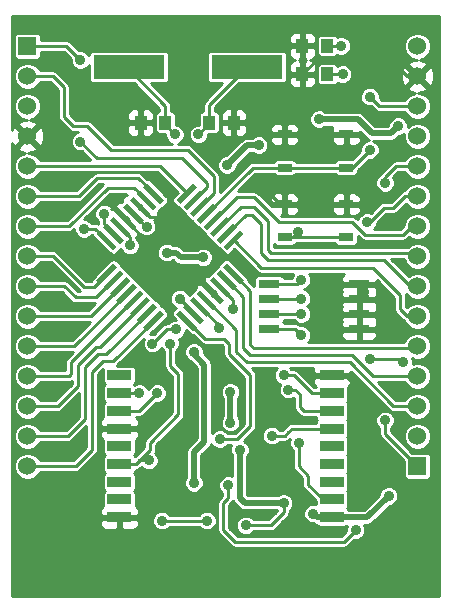
<source format=gtl>
G04 (created by PCBNEW (2013-07-07 BZR 4022)-stable) date 2015/10/29 19:57:24*
%MOIN*%
G04 Gerber Fmt 3.4, Leading zero omitted, Abs format*
%FSLAX34Y34*%
G01*
G70*
G90*
G04 APERTURE LIST*
%ADD10C,0.00590551*%
%ADD11R,0.23622X0.0787402*%
%ADD12R,0.06X0.06*%
%ADD13C,0.06*%
%ADD14R,0.0708661X0.0299213*%
%ADD15R,0.0393701X0.045*%
%ADD16R,0.0787402X0.0354331*%
%ADD17R,0.0472441X0.0275591*%
%ADD18C,0.177165*%
%ADD19C,0.035*%
%ADD20C,0.01*%
%ADD21C,0.02*%
G04 APERTURE END LIST*
G54D10*
G54D11*
X21377Y-13700D03*
X25314Y-13700D03*
G54D10*
G36*
X20301Y-19255D02*
X20426Y-19130D01*
X20983Y-19687D01*
X20858Y-19812D01*
X20301Y-19255D01*
X20301Y-19255D01*
G37*
G36*
X20524Y-19033D02*
X20649Y-18907D01*
X21205Y-19464D01*
X21080Y-19589D01*
X20524Y-19033D01*
X20524Y-19033D01*
G37*
G36*
X20747Y-18810D02*
X20872Y-18685D01*
X21428Y-19241D01*
X21303Y-19366D01*
X20747Y-18810D01*
X20747Y-18810D01*
G37*
G36*
X20969Y-18587D02*
X21094Y-18462D01*
X21651Y-19019D01*
X21526Y-19144D01*
X20969Y-18587D01*
X20969Y-18587D01*
G37*
G36*
X21192Y-18364D02*
X21317Y-18239D01*
X21874Y-18796D01*
X21748Y-18921D01*
X21192Y-18364D01*
X21192Y-18364D01*
G37*
G36*
X21415Y-18142D02*
X21540Y-18017D01*
X22096Y-18573D01*
X21971Y-18698D01*
X21415Y-18142D01*
X21415Y-18142D01*
G37*
G36*
X21637Y-17919D02*
X21763Y-17794D01*
X22319Y-18350D01*
X22194Y-18475D01*
X21637Y-17919D01*
X21637Y-17919D01*
G37*
G36*
X21860Y-17696D02*
X21985Y-17571D01*
X22542Y-18128D01*
X22417Y-18253D01*
X21860Y-17696D01*
X21860Y-17696D01*
G37*
G36*
X24522Y-20361D02*
X24647Y-20235D01*
X25203Y-20792D01*
X25078Y-20917D01*
X24522Y-20361D01*
X24522Y-20361D01*
G37*
G36*
X22959Y-21923D02*
X23084Y-21798D01*
X23641Y-22355D01*
X23516Y-22480D01*
X22959Y-21923D01*
X22959Y-21923D01*
G37*
G36*
X23185Y-21697D02*
X23310Y-21572D01*
X23867Y-22128D01*
X23742Y-22254D01*
X23185Y-21697D01*
X23185Y-21697D01*
G37*
G36*
X23412Y-21471D02*
X23537Y-21346D01*
X24093Y-21902D01*
X23968Y-22027D01*
X23412Y-21471D01*
X23412Y-21471D01*
G37*
G36*
X23631Y-21252D02*
X23756Y-21126D01*
X24312Y-21683D01*
X24187Y-21808D01*
X23631Y-21252D01*
X23631Y-21252D01*
G37*
G36*
X23857Y-21025D02*
X23982Y-20900D01*
X24539Y-21457D01*
X24414Y-21582D01*
X23857Y-21025D01*
X23857Y-21025D01*
G37*
G36*
X24076Y-20806D02*
X24201Y-20681D01*
X24758Y-21237D01*
X24633Y-21363D01*
X24076Y-20806D01*
X24076Y-20806D01*
G37*
G36*
X24303Y-20580D02*
X24428Y-20455D01*
X24984Y-21011D01*
X24859Y-21136D01*
X24303Y-20580D01*
X24303Y-20580D01*
G37*
G36*
X22972Y-18125D02*
X23528Y-17568D01*
X23653Y-17693D01*
X23097Y-18250D01*
X22972Y-18125D01*
X22972Y-18125D01*
G37*
G36*
X23194Y-18347D02*
X23750Y-17790D01*
X23875Y-17915D01*
X23319Y-18472D01*
X23194Y-18347D01*
X23194Y-18347D01*
G37*
G36*
X23417Y-18570D02*
X23974Y-18014D01*
X24099Y-18139D01*
X23542Y-18695D01*
X23417Y-18570D01*
X23417Y-18570D01*
G37*
G36*
X23639Y-18792D02*
X24196Y-18236D01*
X24321Y-18361D01*
X23764Y-18917D01*
X23639Y-18792D01*
X23639Y-18792D01*
G37*
G36*
X23863Y-19016D02*
X24419Y-18459D01*
X24544Y-18584D01*
X23988Y-19141D01*
X23863Y-19016D01*
X23863Y-19016D01*
G37*
G36*
X24085Y-19238D02*
X24641Y-18681D01*
X24766Y-18806D01*
X24210Y-19363D01*
X24085Y-19238D01*
X24085Y-19238D01*
G37*
G36*
X24308Y-19461D02*
X24865Y-18905D01*
X24990Y-19030D01*
X24433Y-19586D01*
X24308Y-19461D01*
X24308Y-19461D01*
G37*
G36*
X24530Y-19683D02*
X25087Y-19127D01*
X25212Y-19252D01*
X24655Y-19808D01*
X24530Y-19683D01*
X24530Y-19683D01*
G37*
G36*
X20300Y-20799D02*
X20857Y-20243D01*
X20982Y-20368D01*
X20425Y-20924D01*
X20300Y-20799D01*
X20300Y-20799D01*
G37*
G36*
X20520Y-21018D02*
X21076Y-20462D01*
X21201Y-20587D01*
X20645Y-21143D01*
X20520Y-21018D01*
X20520Y-21018D01*
G37*
G36*
X20746Y-21244D02*
X21302Y-20688D01*
X21427Y-20813D01*
X20871Y-21370D01*
X20746Y-21244D01*
X20746Y-21244D01*
G37*
G36*
X20965Y-21464D02*
X21522Y-20907D01*
X21647Y-21032D01*
X21090Y-21589D01*
X20965Y-21464D01*
X20965Y-21464D01*
G37*
G36*
X21184Y-21683D02*
X21741Y-21126D01*
X21866Y-21252D01*
X21309Y-21808D01*
X21184Y-21683D01*
X21184Y-21683D01*
G37*
G36*
X21410Y-21909D02*
X21967Y-21353D01*
X22092Y-21478D01*
X21536Y-22034D01*
X21410Y-21909D01*
X21410Y-21909D01*
G37*
G36*
X21637Y-22135D02*
X22193Y-21579D01*
X22318Y-21704D01*
X21762Y-22261D01*
X21637Y-22135D01*
X21637Y-22135D01*
G37*
G36*
X21863Y-22362D02*
X22420Y-21805D01*
X22545Y-21930D01*
X21988Y-22487D01*
X21863Y-22362D01*
X21863Y-22362D01*
G37*
G54D12*
X31000Y-27000D03*
G54D13*
X31000Y-26000D03*
X31000Y-25000D03*
X31000Y-24000D03*
X31000Y-23000D03*
X31000Y-22000D03*
X31000Y-21000D03*
X31000Y-20000D03*
X31000Y-19000D03*
X31000Y-18000D03*
X31000Y-17000D03*
X31000Y-16000D03*
X31000Y-15000D03*
X31000Y-14000D03*
X31000Y-13000D03*
G54D12*
X18000Y-13000D03*
G54D13*
X18000Y-14000D03*
X18000Y-15000D03*
X18000Y-16000D03*
X18000Y-17000D03*
X18000Y-18000D03*
X18000Y-19000D03*
X18000Y-20000D03*
X18000Y-21000D03*
X18000Y-22000D03*
X18000Y-23000D03*
X18000Y-24000D03*
X18000Y-25000D03*
X18000Y-26000D03*
X18000Y-27000D03*
G54D14*
X26059Y-20944D03*
X26059Y-21444D03*
X26059Y-21944D03*
X26059Y-22444D03*
X29059Y-20944D03*
X29059Y-21444D03*
X29059Y-21944D03*
X29059Y-22444D03*
G54D15*
X27992Y-13937D03*
X27165Y-13937D03*
X22598Y-15551D03*
X21771Y-15551D03*
X24055Y-15551D03*
X24881Y-15551D03*
X27992Y-12992D03*
X27165Y-12992D03*
G54D16*
X21062Y-23976D03*
X21062Y-24566D03*
X21062Y-25157D03*
X21062Y-25748D03*
X21062Y-26338D03*
X21062Y-26929D03*
X21062Y-27519D03*
X21062Y-28110D03*
X21062Y-28700D03*
X28149Y-28700D03*
X28149Y-28110D03*
X28149Y-27519D03*
X28149Y-26929D03*
X28149Y-26338D03*
X28149Y-25748D03*
X28149Y-25157D03*
X28149Y-24566D03*
X28149Y-23976D03*
G54D17*
X26574Y-15944D03*
X28622Y-15944D03*
X26574Y-17047D03*
X28622Y-17047D03*
X28622Y-19370D03*
X26574Y-19370D03*
X28622Y-18267D03*
X26574Y-18267D03*
G54D18*
X30314Y-29921D03*
X18897Y-29921D03*
G54D19*
X23976Y-28818D03*
X25275Y-28976D03*
X22480Y-28818D03*
X30511Y-23543D03*
X29409Y-23425D03*
X30039Y-27992D03*
X27519Y-28582D03*
X24763Y-24527D03*
X24763Y-25551D03*
X25078Y-26456D03*
X26535Y-28228D03*
X23543Y-27559D03*
X22952Y-22440D03*
X22165Y-22913D03*
X23070Y-21417D03*
X23543Y-23188D03*
X23858Y-20039D03*
X22637Y-19881D03*
X27716Y-15433D03*
X30354Y-15669D03*
X24645Y-16968D03*
X25708Y-16299D03*
X21417Y-19645D03*
X21968Y-19015D03*
X29330Y-18858D03*
X24370Y-22401D03*
X29921Y-17559D03*
X24842Y-21771D03*
X22322Y-24566D03*
X21732Y-24566D03*
X19763Y-13464D03*
X19763Y-16181D03*
X24685Y-27637D03*
X28937Y-29133D03*
X24409Y-26102D03*
X29921Y-25472D03*
X29409Y-14685D03*
X29409Y-16456D03*
X19173Y-24370D03*
X24881Y-28661D03*
X23425Y-28228D03*
X31417Y-31062D03*
X30708Y-31062D03*
X29803Y-31062D03*
X17952Y-30984D03*
X19133Y-30984D03*
X31338Y-12322D03*
X29921Y-12283D03*
X28622Y-12283D03*
X26496Y-12283D03*
X25196Y-12244D03*
X23385Y-12165D03*
X23385Y-13897D03*
X18149Y-12244D03*
X20590Y-12244D03*
X22086Y-12244D03*
X28976Y-31062D03*
X27795Y-31023D03*
X26614Y-31023D03*
X25433Y-30984D03*
X24370Y-30984D03*
X23307Y-30984D03*
X22204Y-30984D03*
X21220Y-30984D03*
X20314Y-30984D03*
X20078Y-27047D03*
X28976Y-24370D03*
X29212Y-21181D03*
X26496Y-26338D03*
X25826Y-26338D03*
X24606Y-26811D03*
X25984Y-15118D03*
X20866Y-15669D03*
X29094Y-27874D03*
X27519Y-16496D03*
X25826Y-17677D03*
X19921Y-19763D03*
X23425Y-25511D03*
X22244Y-27244D03*
X24685Y-23779D03*
X24330Y-24842D03*
X22086Y-20944D03*
X23346Y-18976D03*
X22047Y-26811D03*
X22755Y-22913D03*
X27007Y-19212D03*
X28503Y-13937D03*
X28464Y-12992D03*
X26692Y-24448D03*
X27125Y-21417D03*
X26141Y-25984D03*
X27125Y-21929D03*
X27047Y-26220D03*
X27125Y-22637D03*
X20551Y-18582D03*
X23700Y-15944D03*
X22913Y-15944D03*
X19881Y-19094D03*
X26535Y-23976D03*
X27125Y-20787D03*
G54D20*
X23976Y-28818D02*
X22480Y-28818D01*
X26377Y-28700D02*
X26102Y-28976D01*
X26535Y-28228D02*
X26535Y-28543D01*
X26535Y-28543D02*
X26377Y-28700D01*
X26102Y-28976D02*
X25275Y-28976D01*
X29409Y-23425D02*
X30118Y-23425D01*
X30393Y-23425D02*
X30118Y-23425D01*
X30511Y-23543D02*
X30393Y-23425D01*
G54D21*
X28149Y-28700D02*
X29330Y-28700D01*
X29330Y-28700D02*
X30039Y-27992D01*
X27637Y-28700D02*
X28149Y-28700D01*
X27519Y-28582D02*
X27637Y-28700D01*
X24763Y-24527D02*
X24763Y-25551D01*
X25078Y-26456D02*
X25078Y-28070D01*
X25078Y-28070D02*
X25236Y-28228D01*
X25236Y-28228D02*
X26535Y-28228D01*
X23897Y-26181D02*
X23543Y-26535D01*
X23543Y-26535D02*
X23543Y-27559D01*
G54D20*
X22637Y-22440D02*
X22952Y-22440D01*
X22165Y-22913D02*
X22637Y-22440D01*
X23526Y-21913D02*
X23526Y-21873D01*
X23526Y-21873D02*
X23070Y-21417D01*
G54D21*
X23897Y-23622D02*
X23543Y-23267D01*
X23897Y-26181D02*
X23897Y-23622D01*
X23543Y-23267D02*
X23543Y-23188D01*
X23858Y-20039D02*
X23110Y-20039D01*
X22952Y-19881D02*
X22637Y-19881D01*
X23110Y-20039D02*
X22952Y-19881D01*
X29015Y-15433D02*
X27716Y-15433D01*
X29488Y-15905D02*
X30118Y-15905D01*
X30354Y-15669D02*
X30118Y-15905D01*
X29488Y-15905D02*
X29015Y-15433D01*
X25314Y-16299D02*
X24645Y-16968D01*
X25708Y-16299D02*
X25314Y-16299D01*
G54D20*
X21087Y-19026D02*
X21417Y-19355D01*
X21417Y-19355D02*
X21417Y-19645D01*
X21112Y-19026D02*
X21087Y-19026D01*
X21533Y-18580D02*
X21533Y-18580D01*
X21968Y-19015D02*
X21533Y-18580D01*
X31000Y-24000D02*
X29511Y-24000D01*
X25196Y-21348D02*
X24643Y-20795D01*
X25196Y-23070D02*
X25196Y-21348D01*
X25433Y-23307D02*
X25196Y-23070D01*
X28818Y-23307D02*
X25433Y-23307D01*
X29511Y-24000D02*
X28818Y-23307D01*
X25551Y-23070D02*
X30929Y-23070D01*
X25551Y-23070D02*
X25433Y-22952D01*
X25433Y-22952D02*
X25433Y-21146D01*
X24863Y-20576D02*
X25433Y-21146D01*
X30929Y-23070D02*
X31000Y-23000D01*
X24871Y-19468D02*
X25797Y-20393D01*
X30661Y-22000D02*
X31000Y-22000D01*
X30433Y-21771D02*
X30661Y-22000D01*
X30433Y-21299D02*
X30433Y-21771D01*
X29527Y-20393D02*
X30433Y-21299D01*
X25797Y-20393D02*
X29527Y-20393D01*
X24649Y-19245D02*
X25273Y-18622D01*
X30763Y-21000D02*
X31000Y-21000D01*
X29881Y-20118D02*
X30763Y-21000D01*
X26023Y-20118D02*
X29881Y-20118D01*
X25787Y-19881D02*
X26023Y-20118D01*
X25787Y-18937D02*
X25787Y-19881D01*
X25472Y-18622D02*
X25787Y-18937D01*
X25273Y-18622D02*
X25472Y-18622D01*
X26102Y-19881D02*
X30881Y-19881D01*
X31000Y-20000D02*
X30881Y-19881D01*
X25102Y-18346D02*
X24426Y-19022D01*
X26023Y-19803D02*
X26102Y-19881D01*
X26023Y-18818D02*
X26023Y-19803D01*
X25551Y-18346D02*
X26023Y-18818D01*
X25102Y-18346D02*
X25551Y-18346D01*
X31000Y-19000D02*
X30803Y-19000D01*
X26377Y-18858D02*
X25551Y-18031D01*
X25551Y-18031D02*
X24973Y-18031D01*
X24973Y-18031D02*
X24204Y-18800D01*
X28818Y-18858D02*
X26377Y-18858D01*
X29251Y-19291D02*
X28818Y-18858D01*
X30511Y-19291D02*
X29251Y-19291D01*
X30803Y-19000D02*
X30511Y-19291D01*
X29330Y-18858D02*
X29409Y-18858D01*
X29409Y-18858D02*
X29881Y-18385D01*
X29881Y-18385D02*
X30196Y-18385D01*
X30196Y-18385D02*
X30582Y-18000D01*
X31000Y-18000D02*
X30582Y-18000D01*
X24370Y-22304D02*
X23752Y-21686D01*
X24370Y-22304D02*
X24370Y-22401D01*
X31000Y-17000D02*
X30283Y-17000D01*
X29921Y-17362D02*
X30283Y-17000D01*
X29921Y-17559D02*
X29921Y-17362D01*
X24842Y-21447D02*
X24842Y-21771D01*
X24842Y-21447D02*
X24417Y-21022D01*
X28740Y-23543D02*
X25314Y-23543D01*
X30196Y-25000D02*
X28740Y-23543D01*
X31000Y-25000D02*
X30196Y-25000D01*
X24960Y-22456D02*
X23972Y-21467D01*
X24960Y-23188D02*
X24960Y-22456D01*
X25314Y-23543D02*
X24960Y-23188D01*
X21732Y-25157D02*
X21062Y-25157D01*
X22322Y-24566D02*
X21732Y-25157D01*
X21732Y-24566D02*
X21062Y-24566D01*
X23758Y-18355D02*
X24212Y-17901D01*
X18842Y-14000D02*
X18000Y-14000D01*
X19212Y-14370D02*
X18842Y-14000D01*
X19212Y-15354D02*
X19212Y-14370D01*
X19527Y-15669D02*
X19212Y-15354D01*
X20000Y-15669D02*
X19527Y-15669D01*
X20787Y-16456D02*
X20000Y-15669D01*
X23346Y-16456D02*
X20787Y-16456D01*
X24212Y-17322D02*
X23346Y-16456D01*
X24212Y-17901D02*
X24212Y-17322D01*
X23535Y-18131D02*
X23976Y-17690D01*
X19299Y-13000D02*
X18000Y-13000D01*
X19763Y-13464D02*
X19299Y-13000D01*
X20314Y-16732D02*
X19763Y-16181D01*
X23149Y-16732D02*
X20314Y-16732D01*
X23976Y-17559D02*
X23149Y-16732D01*
X23976Y-17690D02*
X23976Y-17559D01*
X21751Y-21694D02*
X20414Y-23031D01*
X19015Y-25000D02*
X18000Y-25000D01*
X19685Y-24330D02*
X19015Y-25000D01*
X19685Y-23622D02*
X19685Y-24330D01*
X20275Y-23031D02*
X19685Y-23622D01*
X20414Y-23031D02*
X20275Y-23031D01*
X21978Y-21920D02*
X20630Y-23267D01*
X19354Y-26000D02*
X18000Y-26000D01*
X19921Y-25433D02*
X19354Y-26000D01*
X19921Y-23700D02*
X19921Y-25433D01*
X20354Y-23267D02*
X19921Y-23700D01*
X20630Y-23267D02*
X20354Y-23267D01*
X22204Y-22146D02*
X20846Y-23503D01*
X19614Y-27000D02*
X18000Y-27000D01*
X20157Y-26456D02*
X19614Y-27000D01*
X20157Y-23858D02*
X20157Y-26456D01*
X20511Y-23503D02*
X20157Y-23858D01*
X20846Y-23503D02*
X20511Y-23503D01*
X25196Y-29527D02*
X24921Y-29527D01*
X25433Y-23976D02*
X24724Y-23267D01*
X28937Y-29133D02*
X28543Y-29527D01*
X28543Y-29527D02*
X25196Y-29527D01*
X25000Y-26102D02*
X25433Y-25669D01*
X24409Y-26102D02*
X25000Y-26102D01*
X23916Y-22755D02*
X23300Y-22139D01*
X24724Y-22913D02*
X24724Y-23267D01*
X24566Y-22755D02*
X24724Y-22913D01*
X23916Y-22755D02*
X24566Y-22755D01*
X25433Y-25669D02*
X25433Y-23976D01*
X24685Y-28070D02*
X24685Y-27637D01*
X24527Y-28228D02*
X24685Y-28070D01*
X24527Y-29133D02*
X24527Y-28228D01*
X24921Y-29527D02*
X24527Y-29133D01*
X29921Y-25921D02*
X29921Y-25472D01*
X31000Y-27000D02*
X29921Y-25921D01*
X23313Y-17909D02*
X22403Y-17000D01*
X22403Y-17000D02*
X18000Y-17000D01*
X22201Y-17912D02*
X21690Y-17401D01*
X19716Y-18000D02*
X18000Y-18000D01*
X20314Y-17401D02*
X19716Y-18000D01*
X21690Y-17401D02*
X20314Y-17401D01*
X21978Y-18135D02*
X21560Y-17716D01*
X19385Y-19000D02*
X18000Y-19000D01*
X20669Y-17716D02*
X19385Y-19000D01*
X21560Y-17716D02*
X20669Y-17716D01*
X20641Y-20583D02*
X20201Y-21023D01*
X18858Y-20000D02*
X18000Y-20000D01*
X19881Y-21023D02*
X18858Y-20000D01*
X20201Y-21023D02*
X19881Y-21023D01*
X20860Y-20803D02*
X20285Y-21377D01*
X19228Y-21000D02*
X18000Y-21000D01*
X19606Y-21377D02*
X19228Y-21000D01*
X20285Y-21377D02*
X19606Y-21377D01*
X21087Y-21029D02*
X20116Y-22000D01*
X20116Y-22000D02*
X18000Y-22000D01*
X21306Y-21248D02*
X19554Y-23000D01*
X19554Y-23000D02*
X18000Y-23000D01*
X21525Y-21467D02*
X20158Y-22834D01*
X19385Y-24000D02*
X18000Y-24000D01*
X19448Y-23937D02*
X19385Y-24000D01*
X19448Y-23543D02*
X19448Y-23937D01*
X20157Y-22834D02*
X19448Y-23543D01*
X20158Y-22834D02*
X20157Y-22834D01*
X31000Y-15000D02*
X29724Y-15000D01*
X29724Y-15000D02*
X29409Y-14685D01*
X30842Y-14842D02*
X31000Y-15000D01*
X28818Y-17047D02*
X29409Y-16456D01*
X28622Y-17047D02*
X28818Y-17047D01*
X26574Y-17047D02*
X28622Y-17047D01*
X23980Y-18577D02*
X25510Y-17047D01*
X25510Y-17047D02*
X26574Y-17047D01*
X18267Y-25511D02*
X17677Y-25511D01*
X19015Y-24527D02*
X19173Y-24370D01*
X17677Y-24527D02*
X19015Y-24527D01*
X17519Y-24685D02*
X17677Y-24527D01*
X17519Y-25354D02*
X17519Y-24685D01*
X17677Y-25511D02*
X17519Y-25354D01*
X23425Y-25511D02*
X22795Y-26141D01*
X22795Y-26141D02*
X22795Y-27401D01*
X22795Y-27401D02*
X23110Y-27716D01*
X23425Y-28031D02*
X23110Y-27716D01*
X23425Y-28031D02*
X23425Y-28228D01*
X29803Y-31062D02*
X30708Y-31062D01*
X19133Y-30984D02*
X17952Y-30984D01*
X23385Y-12165D02*
X23464Y-12244D01*
X31299Y-12283D02*
X31338Y-12322D01*
X29921Y-12283D02*
X31299Y-12283D01*
X26496Y-12283D02*
X28622Y-12283D01*
X23464Y-12244D02*
X25196Y-12244D01*
X23385Y-13897D02*
X23385Y-12165D01*
X18149Y-12244D02*
X18110Y-12244D01*
X22086Y-12244D02*
X20590Y-12244D01*
X29173Y-31062D02*
X30314Y-29921D01*
X28976Y-31062D02*
X29173Y-31062D01*
X26614Y-31023D02*
X27795Y-31023D01*
X24370Y-30984D02*
X25433Y-30984D01*
X22204Y-30984D02*
X23307Y-30984D01*
X20314Y-30984D02*
X21220Y-30984D01*
X20078Y-27047D02*
X20000Y-27047D01*
X19094Y-25511D02*
X19566Y-25039D01*
X17755Y-25511D02*
X18267Y-25511D01*
X18267Y-25511D02*
X19094Y-25511D01*
X17519Y-25748D02*
X17755Y-25511D01*
X17519Y-27244D02*
X17519Y-25748D01*
X17795Y-27519D02*
X17519Y-27244D01*
X19527Y-27519D02*
X17795Y-27519D01*
X20000Y-27047D02*
X19527Y-27519D01*
X21062Y-25748D02*
X20511Y-25748D01*
X20393Y-26732D02*
X20078Y-27047D01*
X20393Y-25866D02*
X20393Y-26732D01*
X20511Y-25748D02*
X20393Y-25866D01*
X28582Y-23976D02*
X28149Y-23976D01*
X28976Y-24370D02*
X28582Y-23976D01*
X29212Y-21181D02*
X29059Y-21181D01*
X24330Y-24133D02*
X24330Y-23661D01*
X23700Y-22834D02*
X23267Y-22834D01*
X23267Y-22834D02*
X23110Y-22992D01*
X23110Y-22992D02*
X23110Y-23543D01*
X23110Y-23543D02*
X23425Y-23858D01*
X23425Y-23858D02*
X23425Y-25511D01*
X23976Y-23110D02*
X23700Y-22834D01*
X23976Y-23307D02*
X23976Y-23110D01*
X24330Y-23661D02*
X23976Y-23307D01*
X26496Y-26338D02*
X25826Y-26338D01*
X24606Y-26811D02*
X24330Y-27086D01*
X24330Y-27086D02*
X24330Y-27322D01*
X24330Y-27322D02*
X23425Y-28228D01*
X25984Y-15196D02*
X25629Y-15551D01*
X25984Y-15118D02*
X25984Y-15196D01*
X21771Y-15551D02*
X20984Y-15551D01*
X20984Y-15551D02*
X20866Y-15669D01*
X24881Y-15551D02*
X25629Y-15551D01*
X26023Y-15944D02*
X26574Y-15944D01*
X25629Y-15551D02*
X26023Y-15944D01*
X18897Y-29921D02*
X20118Y-28700D01*
X20118Y-28700D02*
X21062Y-28700D01*
X27519Y-16496D02*
X28070Y-15944D01*
X26574Y-18267D02*
X26417Y-18267D01*
X26417Y-18267D02*
X25826Y-17677D01*
X28622Y-18267D02*
X26574Y-18267D01*
X28622Y-15944D02*
X28070Y-15944D01*
X28070Y-15944D02*
X26574Y-15944D01*
X27165Y-13937D02*
X27165Y-15039D01*
X26574Y-15629D02*
X26574Y-15944D01*
X27165Y-15039D02*
X26574Y-15629D01*
X21456Y-20118D02*
X21102Y-20118D01*
X21023Y-20039D02*
X21102Y-20118D01*
X20669Y-20039D02*
X21023Y-20039D01*
X20314Y-20393D02*
X20669Y-20039D01*
X20118Y-20393D02*
X20314Y-20393D01*
X19921Y-20196D02*
X20118Y-20393D01*
X19921Y-20196D02*
X19921Y-19763D01*
X22440Y-27677D02*
X22244Y-27874D01*
X22007Y-28700D02*
X21062Y-28700D01*
X22244Y-28464D02*
X22007Y-28700D01*
X22244Y-27874D02*
X22244Y-28464D01*
X22440Y-27677D02*
X23070Y-27677D01*
X22244Y-27480D02*
X22440Y-27677D01*
X22244Y-27244D02*
X22244Y-27480D01*
X24685Y-23779D02*
X24330Y-24133D01*
X24330Y-24133D02*
X24330Y-24842D01*
X31000Y-14000D02*
X30653Y-14000D01*
X27637Y-13464D02*
X27165Y-13937D01*
X30118Y-13464D02*
X27637Y-13464D01*
X30653Y-14000D02*
X30118Y-13464D01*
X27165Y-12992D02*
X27165Y-13937D01*
X29059Y-20944D02*
X29059Y-21181D01*
X29059Y-21181D02*
X29059Y-21444D01*
X29059Y-21444D02*
X29059Y-21944D01*
X29059Y-22444D02*
X29059Y-21944D01*
X21310Y-18803D02*
X21310Y-18830D01*
X21456Y-20314D02*
X21456Y-20118D01*
X21456Y-20118D02*
X21929Y-19645D01*
X21929Y-19645D02*
X21929Y-19448D01*
X21456Y-20314D02*
X22086Y-20944D01*
X21310Y-18830D02*
X21929Y-19448D01*
X23899Y-20942D02*
X22954Y-20942D01*
X22362Y-21220D02*
X22086Y-20944D01*
X22677Y-21220D02*
X22362Y-21220D01*
X22954Y-20942D02*
X22677Y-21220D01*
X21756Y-18357D02*
X22098Y-18700D01*
X22795Y-18425D02*
X23346Y-18976D01*
X22598Y-18425D02*
X22795Y-18425D01*
X22322Y-18700D02*
X22598Y-18425D01*
X22098Y-18700D02*
X22322Y-18700D01*
X24198Y-21241D02*
X23899Y-20942D01*
X23899Y-20942D02*
X23897Y-20940D01*
X24330Y-19960D02*
X23346Y-18976D01*
X24330Y-20078D02*
X24330Y-19960D01*
X23897Y-20511D02*
X24330Y-20078D01*
X23897Y-20940D02*
X23897Y-20511D01*
X21614Y-26929D02*
X21732Y-26811D01*
X21732Y-26811D02*
X22047Y-26811D01*
X21062Y-26929D02*
X21614Y-26929D01*
X22755Y-23661D02*
X22755Y-22913D01*
X23031Y-23937D02*
X22755Y-23661D01*
X23031Y-25275D02*
X23031Y-23937D01*
X22086Y-26220D02*
X23031Y-25275D01*
X22086Y-26456D02*
X22086Y-26220D01*
X21614Y-26929D02*
X22086Y-26456D01*
X26850Y-19370D02*
X26574Y-19370D01*
X27007Y-19212D02*
X26850Y-19370D01*
X28622Y-19370D02*
X26574Y-19370D01*
X28503Y-13937D02*
X27992Y-13937D01*
X28464Y-12992D02*
X27992Y-12992D01*
X27204Y-25157D02*
X28149Y-25157D01*
X27086Y-25039D02*
X27204Y-25157D01*
X27086Y-24606D02*
X27086Y-25039D01*
X26929Y-24448D02*
X27086Y-24606D01*
X26692Y-24448D02*
X26929Y-24448D01*
X26059Y-21444D02*
X27098Y-21444D01*
X27098Y-21444D02*
X27125Y-21417D01*
X26692Y-25866D02*
X26574Y-25984D01*
X26692Y-25866D02*
X26811Y-25748D01*
X28149Y-25748D02*
X26811Y-25748D01*
X26574Y-25984D02*
X26141Y-25984D01*
X26059Y-21944D02*
X27110Y-21944D01*
X27110Y-21944D02*
X27125Y-21929D01*
X27362Y-27637D02*
X27834Y-28110D01*
X28149Y-28110D02*
X27834Y-28110D01*
X27362Y-27322D02*
X27362Y-27637D01*
X27047Y-27007D02*
X27362Y-27322D01*
X27047Y-26220D02*
X27047Y-27007D01*
X26059Y-22444D02*
X26933Y-22444D01*
X26933Y-22444D02*
X27125Y-22637D01*
X20865Y-19248D02*
X20551Y-18934D01*
X20551Y-18934D02*
X20551Y-18582D01*
X24055Y-15551D02*
X24055Y-14960D01*
X24055Y-14960D02*
X25314Y-13700D01*
X24055Y-15590D02*
X24055Y-15551D01*
X23700Y-15944D02*
X24055Y-15590D01*
X20642Y-19471D02*
X20265Y-19094D01*
X22913Y-15944D02*
X22598Y-15629D01*
X22598Y-15629D02*
X22598Y-15551D01*
X20265Y-19094D02*
X19881Y-19094D01*
X22598Y-15551D02*
X22598Y-15000D01*
X21377Y-13779D02*
X21377Y-13700D01*
X22598Y-15000D02*
X21377Y-13779D01*
X27480Y-24566D02*
X28149Y-24566D01*
X26889Y-23976D02*
X27480Y-24566D01*
X26535Y-23976D02*
X26889Y-23976D01*
X26059Y-20944D02*
X26968Y-20944D01*
X26968Y-20944D02*
X27125Y-20787D01*
G54D10*
G36*
X21386Y-18797D02*
X21377Y-18807D01*
X21382Y-18812D01*
X21320Y-18875D01*
X21314Y-18869D01*
X21305Y-18879D01*
X21234Y-18808D01*
X21243Y-18799D01*
X20868Y-18423D01*
X20837Y-18423D01*
X20826Y-18398D01*
X20815Y-18387D01*
X20780Y-18423D01*
X20780Y-18423D01*
X20815Y-18387D01*
X20735Y-18307D01*
X20616Y-18257D01*
X20486Y-18257D01*
X20367Y-18306D01*
X20275Y-18398D01*
X20226Y-18517D01*
X20226Y-18647D01*
X20275Y-18766D01*
X20351Y-18842D01*
X20351Y-18915D01*
X20341Y-18909D01*
X20265Y-18894D01*
X20141Y-18894D01*
X20066Y-18819D01*
X19946Y-18769D01*
X19899Y-18769D01*
X20752Y-17916D01*
X21287Y-17916D01*
X21265Y-17938D01*
X21305Y-17978D01*
X21225Y-17978D01*
X21203Y-18000D01*
X21165Y-18092D01*
X21165Y-18180D01*
X21132Y-18212D01*
X21045Y-18212D01*
X20953Y-18250D01*
X20931Y-18272D01*
X20931Y-18361D01*
X21306Y-18736D01*
X21316Y-18727D01*
X21386Y-18797D01*
X21386Y-18797D01*
G37*
G54D20*
X21386Y-18797D02*
X21377Y-18807D01*
X21382Y-18812D01*
X21320Y-18875D01*
X21314Y-18869D01*
X21305Y-18879D01*
X21234Y-18808D01*
X21243Y-18799D01*
X20868Y-18423D01*
X20837Y-18423D01*
X20826Y-18398D01*
X20815Y-18387D01*
X20780Y-18423D01*
X20780Y-18423D01*
X20815Y-18387D01*
X20735Y-18307D01*
X20616Y-18257D01*
X20486Y-18257D01*
X20367Y-18306D01*
X20275Y-18398D01*
X20226Y-18517D01*
X20226Y-18647D01*
X20275Y-18766D01*
X20351Y-18842D01*
X20351Y-18915D01*
X20341Y-18909D01*
X20265Y-18894D01*
X20141Y-18894D01*
X20066Y-18819D01*
X19946Y-18769D01*
X19899Y-18769D01*
X20752Y-17916D01*
X21287Y-17916D01*
X21265Y-17938D01*
X21305Y-17978D01*
X21225Y-17978D01*
X21203Y-18000D01*
X21165Y-18092D01*
X21165Y-18180D01*
X21132Y-18212D01*
X21045Y-18212D01*
X20953Y-18250D01*
X20931Y-18272D01*
X20931Y-18361D01*
X21306Y-18736D01*
X21316Y-18727D01*
X21386Y-18797D01*
G54D10*
G36*
X21832Y-18352D02*
X21822Y-18361D01*
X21828Y-18367D01*
X21765Y-18430D01*
X21760Y-18424D01*
X21750Y-18434D01*
X21679Y-18363D01*
X21689Y-18353D01*
X21683Y-18348D01*
X21746Y-18285D01*
X21751Y-18291D01*
X21761Y-18281D01*
X21832Y-18352D01*
X21832Y-18352D01*
G37*
G54D20*
X21832Y-18352D02*
X21822Y-18361D01*
X21828Y-18367D01*
X21765Y-18430D01*
X21760Y-18424D01*
X21750Y-18434D01*
X21679Y-18363D01*
X21689Y-18353D01*
X21683Y-18348D01*
X21746Y-18285D01*
X21751Y-18291D01*
X21761Y-18281D01*
X21832Y-18352D01*
G54D10*
G36*
X28645Y-28987D02*
X28612Y-29068D01*
X28611Y-29176D01*
X28460Y-29327D01*
X25196Y-29327D01*
X25004Y-29327D01*
X24727Y-29051D01*
X24727Y-28311D01*
X24826Y-28212D01*
X24826Y-28212D01*
X24852Y-28173D01*
X24901Y-28247D01*
X25059Y-28405D01*
X25140Y-28459D01*
X25140Y-28459D01*
X25236Y-28478D01*
X26317Y-28478D01*
X26236Y-28559D01*
X26236Y-28559D01*
X26019Y-28776D01*
X25535Y-28776D01*
X25459Y-28701D01*
X25340Y-28651D01*
X25211Y-28651D01*
X25091Y-28700D01*
X25000Y-28792D01*
X24950Y-28911D01*
X24950Y-29040D01*
X24999Y-29160D01*
X25091Y-29251D01*
X25210Y-29301D01*
X25339Y-29301D01*
X25459Y-29252D01*
X25535Y-29176D01*
X26102Y-29176D01*
X26178Y-29161D01*
X26243Y-29117D01*
X26519Y-28842D01*
X26519Y-28842D01*
X26519Y-28842D01*
X26676Y-28684D01*
X26676Y-28684D01*
X26720Y-28619D01*
X26720Y-28619D01*
X26722Y-28607D01*
X26735Y-28543D01*
X26735Y-28543D01*
X26735Y-28487D01*
X26810Y-28412D01*
X26860Y-28293D01*
X26860Y-28163D01*
X26811Y-28044D01*
X26719Y-27952D01*
X26600Y-27903D01*
X26471Y-27903D01*
X26351Y-27952D01*
X26325Y-27978D01*
X25339Y-27978D01*
X25328Y-27967D01*
X25328Y-26666D01*
X25354Y-26641D01*
X25403Y-26521D01*
X25403Y-26392D01*
X25354Y-26272D01*
X25263Y-26181D01*
X25221Y-26163D01*
X25574Y-25810D01*
X25574Y-25810D01*
X25603Y-25767D01*
X25617Y-25745D01*
X25617Y-25745D01*
X25633Y-25669D01*
X25633Y-25669D01*
X25633Y-23976D01*
X25620Y-23912D01*
X25617Y-23899D01*
X25617Y-23899D01*
X25574Y-23834D01*
X25574Y-23834D01*
X25482Y-23743D01*
X26308Y-23743D01*
X26260Y-23792D01*
X26210Y-23911D01*
X26210Y-24040D01*
X26259Y-24160D01*
X26351Y-24251D01*
X26412Y-24277D01*
X26367Y-24383D01*
X26367Y-24513D01*
X26417Y-24632D01*
X26508Y-24724D01*
X26627Y-24773D01*
X26757Y-24773D01*
X26876Y-24724D01*
X26886Y-24714D01*
X26886Y-25039D01*
X26901Y-25115D01*
X26945Y-25180D01*
X27063Y-25298D01*
X27128Y-25342D01*
X27128Y-25342D01*
X27204Y-25357D01*
X27605Y-25357D01*
X27605Y-25364D01*
X27628Y-25419D01*
X27661Y-25452D01*
X27628Y-25485D01*
X27605Y-25540D01*
X27605Y-25548D01*
X26811Y-25548D01*
X26734Y-25563D01*
X26669Y-25606D01*
X26551Y-25724D01*
X26491Y-25784D01*
X26401Y-25784D01*
X26326Y-25708D01*
X26206Y-25659D01*
X26077Y-25659D01*
X25957Y-25708D01*
X25866Y-25799D01*
X25816Y-25919D01*
X25816Y-26048D01*
X25866Y-26168D01*
X25957Y-26259D01*
X26076Y-26309D01*
X26206Y-26309D01*
X26325Y-26259D01*
X26401Y-26184D01*
X26574Y-26184D01*
X26651Y-26169D01*
X26716Y-26125D01*
X26747Y-26094D01*
X26722Y-26155D01*
X26722Y-26284D01*
X26771Y-26404D01*
X26847Y-26480D01*
X26847Y-27007D01*
X26862Y-27084D01*
X26905Y-27149D01*
X27162Y-27405D01*
X27162Y-27637D01*
X27177Y-27714D01*
X27220Y-27779D01*
X27605Y-28164D01*
X27605Y-28266D01*
X27584Y-28257D01*
X27455Y-28257D01*
X27335Y-28306D01*
X27244Y-28398D01*
X27194Y-28517D01*
X27194Y-28647D01*
X27244Y-28766D01*
X27335Y-28858D01*
X27454Y-28907D01*
X27506Y-28907D01*
X27542Y-28931D01*
X27622Y-28947D01*
X27628Y-28962D01*
X27670Y-29005D01*
X27725Y-29027D01*
X27785Y-29027D01*
X28573Y-29027D01*
X28628Y-29005D01*
X28645Y-28987D01*
X28645Y-28987D01*
G37*
G54D20*
X28645Y-28987D02*
X28612Y-29068D01*
X28611Y-29176D01*
X28460Y-29327D01*
X25196Y-29327D01*
X25004Y-29327D01*
X24727Y-29051D01*
X24727Y-28311D01*
X24826Y-28212D01*
X24826Y-28212D01*
X24852Y-28173D01*
X24901Y-28247D01*
X25059Y-28405D01*
X25140Y-28459D01*
X25140Y-28459D01*
X25236Y-28478D01*
X26317Y-28478D01*
X26236Y-28559D01*
X26236Y-28559D01*
X26019Y-28776D01*
X25535Y-28776D01*
X25459Y-28701D01*
X25340Y-28651D01*
X25211Y-28651D01*
X25091Y-28700D01*
X25000Y-28792D01*
X24950Y-28911D01*
X24950Y-29040D01*
X24999Y-29160D01*
X25091Y-29251D01*
X25210Y-29301D01*
X25339Y-29301D01*
X25459Y-29252D01*
X25535Y-29176D01*
X26102Y-29176D01*
X26178Y-29161D01*
X26243Y-29117D01*
X26519Y-28842D01*
X26519Y-28842D01*
X26519Y-28842D01*
X26676Y-28684D01*
X26676Y-28684D01*
X26720Y-28619D01*
X26720Y-28619D01*
X26722Y-28607D01*
X26735Y-28543D01*
X26735Y-28543D01*
X26735Y-28487D01*
X26810Y-28412D01*
X26860Y-28293D01*
X26860Y-28163D01*
X26811Y-28044D01*
X26719Y-27952D01*
X26600Y-27903D01*
X26471Y-27903D01*
X26351Y-27952D01*
X26325Y-27978D01*
X25339Y-27978D01*
X25328Y-27967D01*
X25328Y-26666D01*
X25354Y-26641D01*
X25403Y-26521D01*
X25403Y-26392D01*
X25354Y-26272D01*
X25263Y-26181D01*
X25221Y-26163D01*
X25574Y-25810D01*
X25574Y-25810D01*
X25603Y-25767D01*
X25617Y-25745D01*
X25617Y-25745D01*
X25633Y-25669D01*
X25633Y-25669D01*
X25633Y-23976D01*
X25620Y-23912D01*
X25617Y-23899D01*
X25617Y-23899D01*
X25574Y-23834D01*
X25574Y-23834D01*
X25482Y-23743D01*
X26308Y-23743D01*
X26260Y-23792D01*
X26210Y-23911D01*
X26210Y-24040D01*
X26259Y-24160D01*
X26351Y-24251D01*
X26412Y-24277D01*
X26367Y-24383D01*
X26367Y-24513D01*
X26417Y-24632D01*
X26508Y-24724D01*
X26627Y-24773D01*
X26757Y-24773D01*
X26876Y-24724D01*
X26886Y-24714D01*
X26886Y-25039D01*
X26901Y-25115D01*
X26945Y-25180D01*
X27063Y-25298D01*
X27128Y-25342D01*
X27128Y-25342D01*
X27204Y-25357D01*
X27605Y-25357D01*
X27605Y-25364D01*
X27628Y-25419D01*
X27661Y-25452D01*
X27628Y-25485D01*
X27605Y-25540D01*
X27605Y-25548D01*
X26811Y-25548D01*
X26734Y-25563D01*
X26669Y-25606D01*
X26551Y-25724D01*
X26491Y-25784D01*
X26401Y-25784D01*
X26326Y-25708D01*
X26206Y-25659D01*
X26077Y-25659D01*
X25957Y-25708D01*
X25866Y-25799D01*
X25816Y-25919D01*
X25816Y-26048D01*
X25866Y-26168D01*
X25957Y-26259D01*
X26076Y-26309D01*
X26206Y-26309D01*
X26325Y-26259D01*
X26401Y-26184D01*
X26574Y-26184D01*
X26651Y-26169D01*
X26716Y-26125D01*
X26747Y-26094D01*
X26722Y-26155D01*
X26722Y-26284D01*
X26771Y-26404D01*
X26847Y-26480D01*
X26847Y-27007D01*
X26862Y-27084D01*
X26905Y-27149D01*
X27162Y-27405D01*
X27162Y-27637D01*
X27177Y-27714D01*
X27220Y-27779D01*
X27605Y-28164D01*
X27605Y-28266D01*
X27584Y-28257D01*
X27455Y-28257D01*
X27335Y-28306D01*
X27244Y-28398D01*
X27194Y-28517D01*
X27194Y-28647D01*
X27244Y-28766D01*
X27335Y-28858D01*
X27454Y-28907D01*
X27506Y-28907D01*
X27542Y-28931D01*
X27622Y-28947D01*
X27628Y-28962D01*
X27670Y-29005D01*
X27725Y-29027D01*
X27785Y-29027D01*
X28573Y-29027D01*
X28628Y-29005D01*
X28645Y-28987D01*
G54D10*
G36*
X31720Y-31326D02*
X31554Y-31326D01*
X31554Y-14081D01*
X31543Y-13863D01*
X31481Y-13712D01*
X31450Y-13703D01*
X31450Y-12910D01*
X31381Y-12745D01*
X31255Y-12618D01*
X31089Y-12550D01*
X30910Y-12549D01*
X30745Y-12618D01*
X30618Y-12744D01*
X30550Y-12910D01*
X30549Y-13089D01*
X30618Y-13254D01*
X30744Y-13381D01*
X30910Y-13449D01*
X30986Y-13449D01*
X30863Y-13456D01*
X30712Y-13518D01*
X30684Y-13614D01*
X31000Y-13929D01*
X31315Y-13614D01*
X31287Y-13518D01*
X31092Y-13448D01*
X31254Y-13381D01*
X31381Y-13255D01*
X31449Y-13089D01*
X31450Y-12910D01*
X31450Y-13703D01*
X31385Y-13684D01*
X31070Y-14000D01*
X31385Y-14315D01*
X31481Y-14287D01*
X31554Y-14081D01*
X31554Y-31326D01*
X31450Y-31326D01*
X31450Y-25910D01*
X31450Y-24910D01*
X31381Y-24745D01*
X31255Y-24618D01*
X31089Y-24550D01*
X30910Y-24549D01*
X30745Y-24618D01*
X30618Y-24744D01*
X30595Y-24800D01*
X30279Y-24800D01*
X29679Y-24200D01*
X30595Y-24200D01*
X30618Y-24254D01*
X30744Y-24381D01*
X30910Y-24449D01*
X31089Y-24450D01*
X31254Y-24381D01*
X31381Y-24255D01*
X31449Y-24089D01*
X31450Y-23910D01*
X31381Y-23745D01*
X31255Y-23618D01*
X31089Y-23550D01*
X30910Y-23549D01*
X30836Y-23580D01*
X30836Y-23478D01*
X30807Y-23407D01*
X30910Y-23449D01*
X31089Y-23450D01*
X31254Y-23381D01*
X31381Y-23255D01*
X31449Y-23089D01*
X31450Y-22910D01*
X31381Y-22745D01*
X31255Y-22618D01*
X31089Y-22550D01*
X30910Y-22549D01*
X30745Y-22618D01*
X30618Y-22744D01*
X30566Y-22870D01*
X29663Y-22870D01*
X29663Y-22643D01*
X29663Y-22245D01*
X29642Y-22194D01*
X29663Y-22143D01*
X29663Y-21745D01*
X29642Y-21694D01*
X29663Y-21643D01*
X29663Y-21245D01*
X29642Y-21194D01*
X29663Y-21143D01*
X29663Y-21057D01*
X29600Y-20994D01*
X29109Y-20994D01*
X29109Y-21107D01*
X29109Y-21281D01*
X29109Y-21394D01*
X29600Y-21394D01*
X29663Y-21332D01*
X29663Y-21245D01*
X29663Y-21643D01*
X29663Y-21557D01*
X29600Y-21494D01*
X29109Y-21494D01*
X29109Y-21607D01*
X29109Y-21781D01*
X29109Y-21894D01*
X29600Y-21894D01*
X29663Y-21832D01*
X29663Y-21745D01*
X29663Y-22143D01*
X29663Y-22057D01*
X29600Y-21994D01*
X29109Y-21994D01*
X29109Y-22107D01*
X29109Y-22281D01*
X29109Y-22394D01*
X29600Y-22394D01*
X29663Y-22332D01*
X29663Y-22245D01*
X29663Y-22643D01*
X29663Y-22557D01*
X29600Y-22494D01*
X29109Y-22494D01*
X29109Y-22781D01*
X29171Y-22844D01*
X29363Y-22844D01*
X29463Y-22844D01*
X29555Y-22806D01*
X29625Y-22735D01*
X29663Y-22643D01*
X29663Y-22870D01*
X29009Y-22870D01*
X29009Y-22781D01*
X29009Y-22494D01*
X29009Y-22394D01*
X29009Y-22281D01*
X29009Y-22107D01*
X29009Y-21994D01*
X29009Y-21894D01*
X29009Y-21781D01*
X29009Y-21607D01*
X29009Y-21494D01*
X29009Y-21394D01*
X29009Y-21281D01*
X29009Y-21107D01*
X29009Y-20994D01*
X28517Y-20994D01*
X28454Y-21057D01*
X28454Y-21143D01*
X28475Y-21194D01*
X28454Y-21245D01*
X28454Y-21332D01*
X28517Y-21394D01*
X29009Y-21394D01*
X29009Y-21494D01*
X28517Y-21494D01*
X28454Y-21557D01*
X28454Y-21643D01*
X28475Y-21694D01*
X28454Y-21745D01*
X28454Y-21832D01*
X28517Y-21894D01*
X29009Y-21894D01*
X29009Y-21994D01*
X28517Y-21994D01*
X28454Y-22057D01*
X28454Y-22143D01*
X28475Y-22194D01*
X28454Y-22245D01*
X28454Y-22332D01*
X28517Y-22394D01*
X29009Y-22394D01*
X29009Y-22494D01*
X28517Y-22494D01*
X28454Y-22557D01*
X28454Y-22643D01*
X28492Y-22735D01*
X28562Y-22806D01*
X28654Y-22844D01*
X28754Y-22844D01*
X28946Y-22844D01*
X29009Y-22781D01*
X29009Y-22870D01*
X27352Y-22870D01*
X27401Y-22822D01*
X27450Y-22702D01*
X27451Y-22573D01*
X27401Y-22453D01*
X27310Y-22362D01*
X27190Y-22312D01*
X27083Y-22312D01*
X27074Y-22303D01*
X27009Y-22260D01*
X26933Y-22244D01*
X26554Y-22244D01*
X26540Y-22210D01*
X26525Y-22194D01*
X26540Y-22179D01*
X26554Y-22144D01*
X26882Y-22144D01*
X26941Y-22204D01*
X27061Y-22254D01*
X27190Y-22254D01*
X27309Y-22204D01*
X27401Y-22113D01*
X27450Y-21994D01*
X27451Y-21864D01*
X27401Y-21745D01*
X27329Y-21673D01*
X27401Y-21601D01*
X27450Y-21482D01*
X27451Y-21352D01*
X27401Y-21233D01*
X27310Y-21141D01*
X27214Y-21102D01*
X27309Y-21063D01*
X27401Y-20971D01*
X27450Y-20852D01*
X27451Y-20723D01*
X27401Y-20603D01*
X27391Y-20593D01*
X28552Y-20593D01*
X28492Y-20653D01*
X28454Y-20745D01*
X28454Y-20832D01*
X28517Y-20894D01*
X29009Y-20894D01*
X29009Y-20887D01*
X29109Y-20887D01*
X29109Y-20894D01*
X29600Y-20894D01*
X29663Y-20832D01*
X29663Y-20812D01*
X30233Y-21382D01*
X30233Y-21771D01*
X30248Y-21848D01*
X30291Y-21913D01*
X30519Y-22141D01*
X30519Y-22141D01*
X30563Y-22170D01*
X30584Y-22184D01*
X30584Y-22184D01*
X30589Y-22185D01*
X30618Y-22254D01*
X30744Y-22381D01*
X30910Y-22449D01*
X31089Y-22450D01*
X31254Y-22381D01*
X31381Y-22255D01*
X31449Y-22089D01*
X31450Y-21910D01*
X31381Y-21745D01*
X31255Y-21618D01*
X31089Y-21550D01*
X30910Y-21549D01*
X30745Y-21618D01*
X30653Y-21709D01*
X30633Y-21688D01*
X30633Y-21299D01*
X30625Y-21261D01*
X30744Y-21381D01*
X30910Y-21449D01*
X31089Y-21450D01*
X31254Y-21381D01*
X31381Y-21255D01*
X31449Y-21089D01*
X31450Y-20910D01*
X31381Y-20745D01*
X31255Y-20618D01*
X31089Y-20550D01*
X30910Y-20549D01*
X30745Y-20618D01*
X30705Y-20658D01*
X30128Y-20081D01*
X30549Y-20081D01*
X30549Y-20089D01*
X30618Y-20254D01*
X30744Y-20381D01*
X30910Y-20449D01*
X31089Y-20450D01*
X31254Y-20381D01*
X31381Y-20255D01*
X31449Y-20089D01*
X31450Y-19910D01*
X31381Y-19745D01*
X31255Y-19618D01*
X31089Y-19550D01*
X30910Y-19549D01*
X30745Y-19618D01*
X30681Y-19681D01*
X26223Y-19681D01*
X26223Y-19605D01*
X26253Y-19634D01*
X26308Y-19657D01*
X26368Y-19657D01*
X26840Y-19657D01*
X26895Y-19635D01*
X26938Y-19592D01*
X26947Y-19570D01*
X28249Y-19570D01*
X28258Y-19592D01*
X28300Y-19634D01*
X28355Y-19657D01*
X28415Y-19657D01*
X28887Y-19657D01*
X28943Y-19635D01*
X28985Y-19592D01*
X29008Y-19537D01*
X29008Y-19478D01*
X29008Y-19330D01*
X29110Y-19432D01*
X29110Y-19432D01*
X29153Y-19461D01*
X29175Y-19476D01*
X29175Y-19476D01*
X29251Y-19491D01*
X29251Y-19491D01*
X30511Y-19491D01*
X30588Y-19476D01*
X30653Y-19432D01*
X30724Y-19361D01*
X30744Y-19381D01*
X30910Y-19449D01*
X31089Y-19450D01*
X31254Y-19381D01*
X31381Y-19255D01*
X31449Y-19089D01*
X31450Y-18910D01*
X31381Y-18745D01*
X31255Y-18618D01*
X31089Y-18550D01*
X30910Y-18549D01*
X30745Y-18618D01*
X30618Y-18744D01*
X30550Y-18910D01*
X30550Y-18970D01*
X30428Y-19091D01*
X29557Y-19091D01*
X29606Y-19042D01*
X29655Y-18923D01*
X29655Y-18894D01*
X29964Y-18585D01*
X30196Y-18585D01*
X30273Y-18570D01*
X30338Y-18527D01*
X30616Y-18249D01*
X30618Y-18254D01*
X30744Y-18381D01*
X30910Y-18449D01*
X31089Y-18450D01*
X31254Y-18381D01*
X31381Y-18255D01*
X31449Y-18089D01*
X31450Y-17910D01*
X31450Y-16910D01*
X31381Y-16745D01*
X31255Y-16618D01*
X31089Y-16550D01*
X30910Y-16549D01*
X30745Y-16618D01*
X30618Y-16744D01*
X30595Y-16800D01*
X30283Y-16800D01*
X30206Y-16815D01*
X30185Y-16829D01*
X30142Y-16858D01*
X29779Y-17220D01*
X29738Y-17283D01*
X29737Y-17283D01*
X29645Y-17374D01*
X29596Y-17494D01*
X29596Y-17623D01*
X29645Y-17742D01*
X29736Y-17834D01*
X29856Y-17883D01*
X29985Y-17884D01*
X30105Y-17834D01*
X30196Y-17743D01*
X30246Y-17623D01*
X30246Y-17494D01*
X30196Y-17375D01*
X30194Y-17372D01*
X30366Y-17200D01*
X30595Y-17200D01*
X30618Y-17254D01*
X30744Y-17381D01*
X30910Y-17449D01*
X31089Y-17450D01*
X31254Y-17381D01*
X31381Y-17255D01*
X31449Y-17089D01*
X31450Y-16910D01*
X31450Y-17910D01*
X31381Y-17745D01*
X31255Y-17618D01*
X31089Y-17550D01*
X30910Y-17549D01*
X30745Y-17618D01*
X30618Y-17744D01*
X30595Y-17800D01*
X30582Y-17800D01*
X30518Y-17812D01*
X30506Y-17815D01*
X30441Y-17858D01*
X30114Y-18185D01*
X29881Y-18185D01*
X29818Y-18198D01*
X29805Y-18201D01*
X29740Y-18244D01*
X29435Y-18549D01*
X29395Y-18533D01*
X29266Y-18533D01*
X29146Y-18582D01*
X29108Y-18621D01*
X29108Y-18356D01*
X29108Y-18179D01*
X29108Y-18079D01*
X29070Y-17988D01*
X28999Y-17917D01*
X28907Y-17879D01*
X28734Y-17879D01*
X28672Y-17942D01*
X28672Y-18217D01*
X29045Y-18217D01*
X29108Y-18155D01*
X29108Y-18179D01*
X29108Y-18356D01*
X29108Y-18380D01*
X29045Y-18317D01*
X28672Y-18317D01*
X28672Y-18593D01*
X28734Y-18655D01*
X28907Y-18655D01*
X28999Y-18617D01*
X29070Y-18547D01*
X29108Y-18455D01*
X29108Y-18356D01*
X29108Y-18621D01*
X29055Y-18673D01*
X29014Y-18771D01*
X28960Y-18716D01*
X28895Y-18673D01*
X28818Y-18658D01*
X28572Y-18658D01*
X28572Y-18593D01*
X28572Y-18317D01*
X28572Y-18217D01*
X28572Y-17942D01*
X28509Y-17879D01*
X28336Y-17879D01*
X28244Y-17917D01*
X28174Y-17988D01*
X28135Y-18079D01*
X28135Y-18179D01*
X28135Y-18155D01*
X28198Y-18217D01*
X28572Y-18217D01*
X28572Y-18317D01*
X28198Y-18317D01*
X28135Y-18380D01*
X28135Y-18356D01*
X28135Y-18455D01*
X28174Y-18547D01*
X28244Y-18617D01*
X28336Y-18655D01*
X28509Y-18655D01*
X28572Y-18593D01*
X28572Y-18658D01*
X27061Y-18658D01*
X27061Y-18356D01*
X27061Y-18179D01*
X27060Y-18079D01*
X27022Y-17988D01*
X26952Y-17917D01*
X26860Y-17879D01*
X26687Y-17879D01*
X26624Y-17942D01*
X26624Y-18217D01*
X26998Y-18217D01*
X27061Y-18155D01*
X27061Y-18179D01*
X27061Y-18356D01*
X27061Y-18380D01*
X26998Y-18317D01*
X26624Y-18317D01*
X26624Y-18593D01*
X26687Y-18655D01*
X26860Y-18655D01*
X26952Y-18617D01*
X27022Y-18547D01*
X27060Y-18455D01*
X27061Y-18356D01*
X27061Y-18658D01*
X26460Y-18658D01*
X26458Y-18655D01*
X26462Y-18655D01*
X26524Y-18593D01*
X26524Y-18317D01*
X26524Y-18217D01*
X26524Y-17942D01*
X26462Y-17879D01*
X26289Y-17879D01*
X26197Y-17917D01*
X26126Y-17988D01*
X26088Y-18079D01*
X26088Y-18179D01*
X26088Y-18155D01*
X26151Y-18217D01*
X26524Y-18217D01*
X26524Y-18317D01*
X26151Y-18317D01*
X26135Y-18333D01*
X25692Y-17890D01*
X25627Y-17846D01*
X25551Y-17831D01*
X25009Y-17831D01*
X25593Y-17247D01*
X26201Y-17247D01*
X26211Y-17269D01*
X26253Y-17312D01*
X26308Y-17335D01*
X26368Y-17335D01*
X26840Y-17335D01*
X26895Y-17312D01*
X26938Y-17270D01*
X26947Y-17247D01*
X28249Y-17247D01*
X28258Y-17269D01*
X28300Y-17312D01*
X28355Y-17335D01*
X28415Y-17335D01*
X28887Y-17335D01*
X28943Y-17312D01*
X28985Y-17270D01*
X29008Y-17215D01*
X29008Y-17155D01*
X29008Y-17140D01*
X29367Y-16781D01*
X29473Y-16781D01*
X29593Y-16732D01*
X29684Y-16641D01*
X29734Y-16521D01*
X29734Y-16392D01*
X29685Y-16272D01*
X29593Y-16181D01*
X29531Y-16155D01*
X30118Y-16155D01*
X30213Y-16136D01*
X30294Y-16082D01*
X30382Y-15994D01*
X30418Y-15994D01*
X30538Y-15944D01*
X30550Y-15933D01*
X30549Y-16089D01*
X30618Y-16254D01*
X30744Y-16381D01*
X30910Y-16449D01*
X31089Y-16450D01*
X31254Y-16381D01*
X31381Y-16255D01*
X31449Y-16089D01*
X31450Y-15910D01*
X31450Y-14910D01*
X31381Y-14745D01*
X31255Y-14618D01*
X31089Y-14550D01*
X31013Y-14550D01*
X31136Y-14543D01*
X31287Y-14481D01*
X31315Y-14385D01*
X31000Y-14070D01*
X30929Y-14141D01*
X30929Y-14000D01*
X30614Y-13684D01*
X30518Y-13712D01*
X30445Y-13918D01*
X30456Y-14136D01*
X30518Y-14287D01*
X30614Y-14315D01*
X30929Y-14000D01*
X30929Y-14141D01*
X30684Y-14385D01*
X30712Y-14481D01*
X30907Y-14551D01*
X30745Y-14618D01*
X30618Y-14744D01*
X30595Y-14800D01*
X29807Y-14800D01*
X29734Y-14727D01*
X29734Y-14620D01*
X29685Y-14501D01*
X29593Y-14409D01*
X29474Y-14360D01*
X29345Y-14359D01*
X29225Y-14409D01*
X29134Y-14500D01*
X29084Y-14620D01*
X29084Y-14749D01*
X29133Y-14868D01*
X29225Y-14960D01*
X29344Y-15009D01*
X29451Y-15010D01*
X29582Y-15141D01*
X29582Y-15141D01*
X29626Y-15170D01*
X29647Y-15184D01*
X29647Y-15184D01*
X29724Y-15199D01*
X29724Y-15200D01*
X30595Y-15200D01*
X30618Y-15254D01*
X30744Y-15381D01*
X30910Y-15449D01*
X31089Y-15450D01*
X31254Y-15381D01*
X31381Y-15255D01*
X31449Y-15089D01*
X31450Y-14910D01*
X31450Y-15910D01*
X31381Y-15745D01*
X31255Y-15618D01*
X31089Y-15550D01*
X30910Y-15549D01*
X30745Y-15618D01*
X30679Y-15684D01*
X30679Y-15604D01*
X30630Y-15485D01*
X30538Y-15393D01*
X30419Y-15344D01*
X30289Y-15344D01*
X30170Y-15393D01*
X30078Y-15484D01*
X30029Y-15604D01*
X30029Y-15640D01*
X30014Y-15655D01*
X29591Y-15655D01*
X29192Y-15256D01*
X29111Y-15202D01*
X29015Y-15183D01*
X28828Y-15183D01*
X28828Y-13872D01*
X28789Y-13777D01*
X28789Y-12927D01*
X28740Y-12808D01*
X28648Y-12716D01*
X28529Y-12667D01*
X28400Y-12667D01*
X28323Y-12698D01*
X28316Y-12682D01*
X28274Y-12640D01*
X28218Y-12617D01*
X28159Y-12617D01*
X27765Y-12617D01*
X27710Y-12639D01*
X27668Y-12682D01*
X27645Y-12737D01*
X27645Y-12796D01*
X27645Y-13246D01*
X27668Y-13301D01*
X27710Y-13344D01*
X27765Y-13367D01*
X27824Y-13367D01*
X28218Y-13367D01*
X28273Y-13344D01*
X28316Y-13302D01*
X28323Y-13285D01*
X28399Y-13317D01*
X28528Y-13317D01*
X28648Y-13267D01*
X28739Y-13176D01*
X28789Y-13057D01*
X28789Y-12927D01*
X28789Y-13777D01*
X28779Y-13753D01*
X28688Y-13661D01*
X28568Y-13612D01*
X28439Y-13611D01*
X28328Y-13657D01*
X28316Y-13627D01*
X28274Y-13584D01*
X28218Y-13562D01*
X28159Y-13561D01*
X27765Y-13561D01*
X27710Y-13584D01*
X27668Y-13626D01*
X27645Y-13682D01*
X27645Y-13741D01*
X27645Y-14191D01*
X27668Y-14246D01*
X27710Y-14289D01*
X27765Y-14311D01*
X27824Y-14312D01*
X28218Y-14312D01*
X28273Y-14289D01*
X28316Y-14247D01*
X28328Y-14216D01*
X28439Y-14261D01*
X28568Y-14262D01*
X28687Y-14212D01*
X28779Y-14121D01*
X28828Y-14001D01*
X28828Y-13872D01*
X28828Y-15183D01*
X27926Y-15183D01*
X27900Y-15157D01*
X27781Y-15108D01*
X27652Y-15108D01*
X27612Y-15124D01*
X27612Y-14112D01*
X27612Y-13761D01*
X27612Y-13662D01*
X27574Y-13570D01*
X27503Y-13499D01*
X27418Y-13464D01*
X27503Y-13429D01*
X27574Y-13358D01*
X27612Y-13267D01*
X27612Y-13167D01*
X27612Y-12816D01*
X27612Y-12717D01*
X27574Y-12625D01*
X27503Y-12555D01*
X27411Y-12517D01*
X27277Y-12517D01*
X27215Y-12579D01*
X27215Y-12942D01*
X27549Y-12942D01*
X27612Y-12879D01*
X27612Y-12816D01*
X27612Y-13167D01*
X27612Y-13104D01*
X27549Y-13042D01*
X27215Y-13042D01*
X27215Y-13404D01*
X27275Y-13464D01*
X27215Y-13524D01*
X27215Y-13887D01*
X27549Y-13887D01*
X27612Y-13824D01*
X27612Y-13761D01*
X27612Y-14112D01*
X27612Y-14049D01*
X27549Y-13987D01*
X27215Y-13987D01*
X27215Y-14349D01*
X27277Y-14412D01*
X27411Y-14412D01*
X27503Y-14374D01*
X27574Y-14303D01*
X27612Y-14211D01*
X27612Y-14112D01*
X27612Y-15124D01*
X27532Y-15157D01*
X27441Y-15248D01*
X27391Y-15368D01*
X27391Y-15497D01*
X27440Y-15616D01*
X27532Y-15708D01*
X27651Y-15758D01*
X27780Y-15758D01*
X27900Y-15708D01*
X27926Y-15683D01*
X28166Y-15683D01*
X28135Y-15757D01*
X28135Y-15856D01*
X28135Y-15832D01*
X28198Y-15894D01*
X28572Y-15894D01*
X28572Y-15887D01*
X28672Y-15887D01*
X28672Y-15894D01*
X29045Y-15894D01*
X29084Y-15855D01*
X29311Y-16082D01*
X29385Y-16131D01*
X29345Y-16131D01*
X29225Y-16181D01*
X29134Y-16272D01*
X29108Y-16334D01*
X29108Y-16033D01*
X29108Y-16057D01*
X29045Y-15994D01*
X28672Y-15994D01*
X28672Y-16270D01*
X28734Y-16332D01*
X28907Y-16332D01*
X28999Y-16294D01*
X29070Y-16224D01*
X29108Y-16132D01*
X29108Y-16033D01*
X29108Y-16334D01*
X29084Y-16391D01*
X29084Y-16498D01*
X28823Y-16759D01*
X28572Y-16759D01*
X28572Y-16270D01*
X28572Y-15994D01*
X28198Y-15994D01*
X28135Y-16057D01*
X28135Y-16033D01*
X28135Y-16132D01*
X28174Y-16224D01*
X28244Y-16294D01*
X28336Y-16332D01*
X28509Y-16332D01*
X28572Y-16270D01*
X28572Y-16759D01*
X28356Y-16759D01*
X28300Y-16782D01*
X28258Y-16824D01*
X28249Y-16847D01*
X27115Y-16847D01*
X27115Y-14349D01*
X27115Y-13987D01*
X27115Y-13887D01*
X27115Y-13524D01*
X27055Y-13464D01*
X27115Y-13404D01*
X27115Y-13042D01*
X27115Y-12942D01*
X27115Y-12579D01*
X27052Y-12517D01*
X26918Y-12517D01*
X26827Y-12555D01*
X26756Y-12625D01*
X26718Y-12717D01*
X26718Y-12816D01*
X26718Y-12879D01*
X26781Y-12942D01*
X27115Y-12942D01*
X27115Y-13042D01*
X26781Y-13042D01*
X26718Y-13104D01*
X26718Y-13167D01*
X26718Y-13267D01*
X26756Y-13358D01*
X26827Y-13429D01*
X26912Y-13464D01*
X26827Y-13499D01*
X26756Y-13570D01*
X26718Y-13662D01*
X26718Y-13761D01*
X26718Y-13824D01*
X26781Y-13887D01*
X27115Y-13887D01*
X27115Y-13987D01*
X26781Y-13987D01*
X26718Y-14049D01*
X26718Y-14112D01*
X26718Y-14211D01*
X26756Y-14303D01*
X26827Y-14374D01*
X26918Y-14412D01*
X27052Y-14412D01*
X27115Y-14349D01*
X27115Y-16847D01*
X27061Y-16847D01*
X27061Y-16033D01*
X27061Y-15856D01*
X27060Y-15757D01*
X27022Y-15665D01*
X26952Y-15595D01*
X26860Y-15557D01*
X26687Y-15557D01*
X26646Y-15598D01*
X26646Y-14064D01*
X26646Y-13277D01*
X26623Y-13222D01*
X26581Y-13179D01*
X26526Y-13157D01*
X26466Y-13157D01*
X24104Y-13157D01*
X24049Y-13179D01*
X24006Y-13222D01*
X23983Y-13277D01*
X23983Y-13336D01*
X23983Y-14124D01*
X24006Y-14179D01*
X24048Y-14221D01*
X24103Y-14244D01*
X24163Y-14244D01*
X24488Y-14244D01*
X23913Y-14819D01*
X23870Y-14884D01*
X23855Y-14960D01*
X23855Y-15176D01*
X23828Y-15176D01*
X23773Y-15198D01*
X23731Y-15241D01*
X23708Y-15296D01*
X23708Y-15355D01*
X23708Y-15619D01*
X23636Y-15619D01*
X23516Y-15669D01*
X23425Y-15760D01*
X23375Y-15879D01*
X23375Y-16009D01*
X23425Y-16128D01*
X23516Y-16220D01*
X23635Y-16269D01*
X23765Y-16269D01*
X23884Y-16220D01*
X23976Y-16129D01*
X24025Y-16009D01*
X24025Y-15926D01*
X24281Y-15926D01*
X24336Y-15903D01*
X24379Y-15861D01*
X24401Y-15806D01*
X24401Y-15746D01*
X24401Y-15296D01*
X24379Y-15241D01*
X24337Y-15199D01*
X24281Y-15176D01*
X24255Y-15176D01*
X24255Y-15043D01*
X25054Y-14244D01*
X26525Y-14244D01*
X26580Y-14221D01*
X26623Y-14179D01*
X26646Y-14124D01*
X26646Y-14064D01*
X26646Y-15598D01*
X26624Y-15619D01*
X26624Y-15894D01*
X26998Y-15894D01*
X27061Y-15832D01*
X27061Y-15856D01*
X27061Y-16033D01*
X27061Y-16057D01*
X26998Y-15994D01*
X26624Y-15994D01*
X26624Y-16270D01*
X26687Y-16332D01*
X26860Y-16332D01*
X26952Y-16294D01*
X27022Y-16224D01*
X27060Y-16132D01*
X27061Y-16033D01*
X27061Y-16847D01*
X26947Y-16847D01*
X26938Y-16824D01*
X26896Y-16782D01*
X26840Y-16759D01*
X26781Y-16759D01*
X26524Y-16759D01*
X26524Y-16270D01*
X26524Y-15994D01*
X26524Y-15894D01*
X26524Y-15619D01*
X26462Y-15557D01*
X26289Y-15557D01*
X26197Y-15595D01*
X26126Y-15665D01*
X26088Y-15757D01*
X26088Y-15856D01*
X26088Y-15832D01*
X26151Y-15894D01*
X26524Y-15894D01*
X26524Y-15994D01*
X26151Y-15994D01*
X26088Y-16057D01*
X26088Y-16033D01*
X26088Y-16132D01*
X26126Y-16224D01*
X26197Y-16294D01*
X26289Y-16332D01*
X26462Y-16332D01*
X26524Y-16270D01*
X26524Y-16759D01*
X26308Y-16759D01*
X26253Y-16782D01*
X26211Y-16824D01*
X26201Y-16847D01*
X26033Y-16847D01*
X26033Y-16234D01*
X25984Y-16115D01*
X25892Y-16023D01*
X25773Y-15974D01*
X25644Y-15974D01*
X25524Y-16023D01*
X25499Y-16049D01*
X25328Y-16049D01*
X25328Y-15726D01*
X25328Y-15375D01*
X25328Y-15276D01*
X25290Y-15184D01*
X25220Y-15114D01*
X25128Y-15076D01*
X24994Y-15076D01*
X24931Y-15138D01*
X24931Y-15501D01*
X25266Y-15501D01*
X25328Y-15438D01*
X25328Y-15375D01*
X25328Y-15726D01*
X25328Y-15663D01*
X25266Y-15601D01*
X24931Y-15601D01*
X24931Y-15963D01*
X24994Y-16026D01*
X25128Y-16026D01*
X25220Y-15988D01*
X25290Y-15917D01*
X25328Y-15826D01*
X25328Y-15726D01*
X25328Y-16049D01*
X25314Y-16049D01*
X25219Y-16068D01*
X25138Y-16122D01*
X24831Y-16428D01*
X24831Y-15963D01*
X24831Y-15601D01*
X24831Y-15501D01*
X24831Y-15138D01*
X24769Y-15076D01*
X24635Y-15076D01*
X24543Y-15114D01*
X24473Y-15184D01*
X24435Y-15276D01*
X24434Y-15375D01*
X24435Y-15438D01*
X24497Y-15501D01*
X24831Y-15501D01*
X24831Y-15601D01*
X24497Y-15601D01*
X24435Y-15663D01*
X24434Y-15726D01*
X24435Y-15826D01*
X24473Y-15917D01*
X24543Y-15988D01*
X24635Y-16026D01*
X24769Y-16026D01*
X24831Y-15963D01*
X24831Y-16428D01*
X24617Y-16643D01*
X24581Y-16643D01*
X24461Y-16692D01*
X24370Y-16784D01*
X24320Y-16903D01*
X24320Y-17032D01*
X24369Y-17152D01*
X24461Y-17243D01*
X24580Y-17293D01*
X24710Y-17293D01*
X24829Y-17244D01*
X24921Y-17152D01*
X24970Y-17033D01*
X24970Y-16997D01*
X25418Y-16549D01*
X25499Y-16549D01*
X25524Y-16574D01*
X25643Y-16624D01*
X25773Y-16624D01*
X25892Y-16574D01*
X25984Y-16483D01*
X26033Y-16364D01*
X26033Y-16234D01*
X26033Y-16847D01*
X25510Y-16847D01*
X25433Y-16862D01*
X25412Y-16876D01*
X25369Y-16905D01*
X24412Y-17862D01*
X24412Y-17322D01*
X24412Y-17322D01*
X24397Y-17246D01*
X24397Y-17246D01*
X24382Y-17224D01*
X24354Y-17181D01*
X24354Y-17181D01*
X23487Y-16315D01*
X23422Y-16271D01*
X23346Y-16256D01*
X23009Y-16256D01*
X23097Y-16220D01*
X23188Y-16129D01*
X23238Y-16009D01*
X23238Y-15880D01*
X23189Y-15761D01*
X23097Y-15669D01*
X22978Y-15619D01*
X22945Y-15619D01*
X22945Y-15296D01*
X22922Y-15241D01*
X22880Y-15199D01*
X22825Y-15176D01*
X22798Y-15176D01*
X22798Y-15000D01*
X22783Y-14923D01*
X22739Y-14858D01*
X22125Y-14244D01*
X22588Y-14244D01*
X22643Y-14221D01*
X22686Y-14179D01*
X22709Y-14124D01*
X22709Y-14064D01*
X22709Y-13277D01*
X22686Y-13222D01*
X22644Y-13179D01*
X22589Y-13157D01*
X22529Y-13157D01*
X20167Y-13157D01*
X20111Y-13179D01*
X20069Y-13222D01*
X20046Y-13277D01*
X20046Y-13298D01*
X20039Y-13280D01*
X19948Y-13189D01*
X19828Y-13139D01*
X19721Y-13139D01*
X19440Y-12858D01*
X19375Y-12815D01*
X19299Y-12800D01*
X18450Y-12800D01*
X18450Y-12670D01*
X18427Y-12615D01*
X18385Y-12572D01*
X18329Y-12550D01*
X18270Y-12549D01*
X17670Y-12549D01*
X17615Y-12572D01*
X17572Y-12614D01*
X17550Y-12670D01*
X17549Y-12729D01*
X17549Y-13329D01*
X17572Y-13384D01*
X17614Y-13427D01*
X17670Y-13449D01*
X17729Y-13450D01*
X18329Y-13450D01*
X18384Y-13427D01*
X18427Y-13385D01*
X18449Y-13329D01*
X18450Y-13270D01*
X18450Y-13200D01*
X19216Y-13200D01*
X19438Y-13422D01*
X19438Y-13528D01*
X19488Y-13648D01*
X19579Y-13739D01*
X19698Y-13789D01*
X19828Y-13789D01*
X19947Y-13740D01*
X20039Y-13648D01*
X20046Y-13630D01*
X20046Y-14124D01*
X20069Y-14179D01*
X20111Y-14221D01*
X20166Y-14244D01*
X20226Y-14244D01*
X21560Y-14244D01*
X22398Y-15082D01*
X22398Y-15176D01*
X22371Y-15176D01*
X22316Y-15198D01*
X22274Y-15241D01*
X22251Y-15296D01*
X22251Y-15355D01*
X22251Y-15805D01*
X22274Y-15861D01*
X22316Y-15903D01*
X22371Y-15926D01*
X22431Y-15926D01*
X22588Y-15926D01*
X22588Y-16009D01*
X22637Y-16128D01*
X22729Y-16220D01*
X22816Y-16256D01*
X22218Y-16256D01*
X22218Y-15726D01*
X22218Y-15375D01*
X22218Y-15276D01*
X22180Y-15184D01*
X22109Y-15114D01*
X22018Y-15076D01*
X21884Y-15076D01*
X21821Y-15138D01*
X21821Y-15501D01*
X22156Y-15501D01*
X22218Y-15438D01*
X22218Y-15375D01*
X22218Y-15726D01*
X22218Y-15663D01*
X22156Y-15601D01*
X21821Y-15601D01*
X21821Y-15963D01*
X21884Y-16026D01*
X22018Y-16026D01*
X22109Y-15988D01*
X22180Y-15917D01*
X22218Y-15826D01*
X22218Y-15726D01*
X22218Y-16256D01*
X21721Y-16256D01*
X21721Y-15963D01*
X21721Y-15601D01*
X21721Y-15501D01*
X21721Y-15138D01*
X21659Y-15076D01*
X21525Y-15076D01*
X21433Y-15114D01*
X21362Y-15184D01*
X21324Y-15276D01*
X21324Y-15375D01*
X21324Y-15438D01*
X21387Y-15501D01*
X21721Y-15501D01*
X21721Y-15601D01*
X21387Y-15601D01*
X21324Y-15663D01*
X21324Y-15726D01*
X21324Y-15826D01*
X21362Y-15917D01*
X21433Y-15988D01*
X21525Y-16026D01*
X21659Y-16026D01*
X21721Y-15963D01*
X21721Y-16256D01*
X20870Y-16256D01*
X20141Y-15527D01*
X20076Y-15484D01*
X20000Y-15469D01*
X19610Y-15469D01*
X19412Y-15271D01*
X19412Y-14370D01*
X19412Y-14370D01*
X19397Y-14293D01*
X19397Y-14293D01*
X19382Y-14272D01*
X19354Y-14228D01*
X19354Y-14228D01*
X18983Y-13858D01*
X18919Y-13815D01*
X18842Y-13800D01*
X18404Y-13800D01*
X18381Y-13745D01*
X18255Y-13618D01*
X18089Y-13550D01*
X17910Y-13549D01*
X17745Y-13618D01*
X17618Y-13744D01*
X17550Y-13910D01*
X17549Y-14089D01*
X17618Y-14254D01*
X17744Y-14381D01*
X17910Y-14449D01*
X18089Y-14450D01*
X18254Y-14381D01*
X18381Y-14255D01*
X18404Y-14200D01*
X18759Y-14200D01*
X19012Y-14452D01*
X19012Y-15354D01*
X19027Y-15430D01*
X19071Y-15495D01*
X19386Y-15810D01*
X19386Y-15810D01*
X19429Y-15839D01*
X19451Y-15854D01*
X19451Y-15854D01*
X19527Y-15869D01*
X19527Y-15869D01*
X19667Y-15869D01*
X19579Y-15905D01*
X19488Y-15996D01*
X19438Y-16116D01*
X19438Y-16245D01*
X19488Y-16364D01*
X19579Y-16456D01*
X19698Y-16506D01*
X19805Y-16506D01*
X20099Y-16800D01*
X18554Y-16800D01*
X18554Y-16081D01*
X18543Y-15863D01*
X18481Y-15712D01*
X18450Y-15703D01*
X18450Y-14910D01*
X18381Y-14745D01*
X18255Y-14618D01*
X18089Y-14550D01*
X17910Y-14549D01*
X17745Y-14618D01*
X17618Y-14744D01*
X17550Y-14910D01*
X17549Y-15089D01*
X17618Y-15254D01*
X17744Y-15381D01*
X17910Y-15449D01*
X17986Y-15449D01*
X17863Y-15456D01*
X17712Y-15518D01*
X17684Y-15614D01*
X18000Y-15929D01*
X18315Y-15614D01*
X18287Y-15518D01*
X18092Y-15448D01*
X18254Y-15381D01*
X18381Y-15255D01*
X18449Y-15089D01*
X18450Y-14910D01*
X18450Y-15703D01*
X18385Y-15684D01*
X18070Y-16000D01*
X18385Y-16315D01*
X18481Y-16287D01*
X18554Y-16081D01*
X18554Y-16800D01*
X18404Y-16800D01*
X18381Y-16745D01*
X18255Y-16618D01*
X18089Y-16550D01*
X18013Y-16550D01*
X18136Y-16543D01*
X18287Y-16481D01*
X18315Y-16385D01*
X18000Y-16070D01*
X17684Y-16385D01*
X17712Y-16481D01*
X17907Y-16551D01*
X17745Y-16618D01*
X17618Y-16744D01*
X17550Y-16910D01*
X17549Y-17089D01*
X17618Y-17254D01*
X17744Y-17381D01*
X17910Y-17449D01*
X18089Y-17450D01*
X18254Y-17381D01*
X18381Y-17255D01*
X18404Y-17200D01*
X22320Y-17200D01*
X23003Y-17882D01*
X22845Y-18040D01*
X22822Y-18095D01*
X22822Y-18154D01*
X22845Y-18210D01*
X22887Y-18252D01*
X23012Y-18377D01*
X23051Y-18393D01*
X23067Y-18432D01*
X23109Y-18474D01*
X23234Y-18599D01*
X23274Y-18616D01*
X23290Y-18655D01*
X23332Y-18697D01*
X23457Y-18822D01*
X23496Y-18839D01*
X23512Y-18877D01*
X23554Y-18919D01*
X23679Y-19044D01*
X23719Y-19061D01*
X23735Y-19101D01*
X23778Y-19143D01*
X23903Y-19268D01*
X23942Y-19284D01*
X23958Y-19323D01*
X24000Y-19365D01*
X24125Y-19490D01*
X24165Y-19506D01*
X24181Y-19546D01*
X24223Y-19588D01*
X24348Y-19713D01*
X24387Y-19730D01*
X24403Y-19768D01*
X24445Y-19810D01*
X24570Y-19935D01*
X24625Y-19958D01*
X24685Y-19958D01*
X24740Y-19936D01*
X24782Y-19893D01*
X24898Y-19778D01*
X25655Y-20535D01*
X25655Y-20535D01*
X25699Y-20564D01*
X25720Y-20578D01*
X25720Y-20578D01*
X25797Y-20593D01*
X26860Y-20593D01*
X26850Y-20603D01*
X26801Y-20722D01*
X26801Y-20744D01*
X26554Y-20744D01*
X26540Y-20710D01*
X26498Y-20668D01*
X26443Y-20645D01*
X26383Y-20645D01*
X25675Y-20645D01*
X25619Y-20668D01*
X25577Y-20710D01*
X25554Y-20765D01*
X25554Y-20824D01*
X25554Y-20985D01*
X25353Y-20784D01*
X25353Y-20762D01*
X25331Y-20707D01*
X25288Y-20665D01*
X24732Y-20108D01*
X24677Y-20085D01*
X24617Y-20085D01*
X24562Y-20108D01*
X24520Y-20150D01*
X24395Y-20276D01*
X24379Y-20312D01*
X24343Y-20327D01*
X24301Y-20370D01*
X24183Y-20487D01*
X24183Y-19975D01*
X24133Y-19855D01*
X24042Y-19764D01*
X23923Y-19714D01*
X23793Y-19714D01*
X23674Y-19763D01*
X23648Y-19789D01*
X23213Y-19789D01*
X23129Y-19705D01*
X23048Y-19650D01*
X22952Y-19631D01*
X22847Y-19631D01*
X22822Y-19606D01*
X22702Y-19556D01*
X22692Y-19556D01*
X22692Y-18098D01*
X22669Y-18043D01*
X22627Y-18000D01*
X22070Y-17444D01*
X22015Y-17421D01*
X21993Y-17421D01*
X21832Y-17260D01*
X21767Y-17216D01*
X21690Y-17201D01*
X20314Y-17201D01*
X20238Y-17216D01*
X20216Y-17231D01*
X20173Y-17260D01*
X19633Y-17800D01*
X18404Y-17800D01*
X18381Y-17745D01*
X18255Y-17618D01*
X18089Y-17550D01*
X17910Y-17549D01*
X17745Y-17618D01*
X17618Y-17744D01*
X17550Y-17910D01*
X17549Y-18089D01*
X17618Y-18254D01*
X17744Y-18381D01*
X17910Y-18449D01*
X18089Y-18450D01*
X18254Y-18381D01*
X18381Y-18255D01*
X18404Y-18200D01*
X19716Y-18200D01*
X19793Y-18184D01*
X19857Y-18141D01*
X20397Y-17601D01*
X20501Y-17601D01*
X19302Y-18800D01*
X18404Y-18800D01*
X18381Y-18745D01*
X18255Y-18618D01*
X18089Y-18550D01*
X17910Y-18549D01*
X17745Y-18618D01*
X17618Y-18744D01*
X17550Y-18910D01*
X17549Y-19089D01*
X17618Y-19254D01*
X17744Y-19381D01*
X17910Y-19449D01*
X18089Y-19450D01*
X18254Y-19381D01*
X18381Y-19255D01*
X18404Y-19200D01*
X19385Y-19200D01*
X19462Y-19184D01*
X19527Y-19141D01*
X19556Y-19111D01*
X19556Y-19158D01*
X19606Y-19278D01*
X19697Y-19369D01*
X19816Y-19419D01*
X19946Y-19419D01*
X20065Y-19370D01*
X20141Y-19294D01*
X20155Y-19294D01*
X20174Y-19340D01*
X20216Y-19382D01*
X20772Y-19939D01*
X20828Y-19962D01*
X20887Y-19962D01*
X20942Y-19939D01*
X20985Y-19897D01*
X21110Y-19772D01*
X21114Y-19762D01*
X21141Y-19829D01*
X21232Y-19921D01*
X21352Y-19970D01*
X21481Y-19970D01*
X21601Y-19921D01*
X21692Y-19830D01*
X21742Y-19710D01*
X21742Y-19581D01*
X21693Y-19461D01*
X21617Y-19385D01*
X21617Y-19377D01*
X21667Y-19356D01*
X21690Y-19333D01*
X21690Y-19253D01*
X21730Y-19293D01*
X21758Y-19265D01*
X21784Y-19291D01*
X21903Y-19340D01*
X22032Y-19340D01*
X22152Y-19291D01*
X22243Y-19200D01*
X22293Y-19080D01*
X22293Y-18951D01*
X22244Y-18831D01*
X22218Y-18805D01*
X22246Y-18777D01*
X22206Y-18737D01*
X22286Y-18737D01*
X22308Y-18714D01*
X22346Y-18623D01*
X22346Y-18535D01*
X22446Y-18435D01*
X22463Y-18396D01*
X22502Y-18380D01*
X22544Y-18338D01*
X22669Y-18213D01*
X22692Y-18158D01*
X22692Y-18098D01*
X22692Y-19556D01*
X22573Y-19556D01*
X22453Y-19606D01*
X22362Y-19697D01*
X22312Y-19816D01*
X22312Y-19946D01*
X22362Y-20065D01*
X22453Y-20157D01*
X22572Y-20206D01*
X22702Y-20206D01*
X22821Y-20157D01*
X22847Y-20131D01*
X22849Y-20131D01*
X22933Y-20216D01*
X23014Y-20270D01*
X23014Y-20270D01*
X23110Y-20289D01*
X23648Y-20289D01*
X23673Y-20314D01*
X23793Y-20364D01*
X23922Y-20364D01*
X24042Y-20315D01*
X24133Y-20223D01*
X24183Y-20104D01*
X24183Y-19975D01*
X24183Y-20487D01*
X24175Y-20495D01*
X24158Y-20537D01*
X24117Y-20554D01*
X24074Y-20596D01*
X24020Y-20650D01*
X23933Y-20650D01*
X23841Y-20688D01*
X23818Y-20710D01*
X23818Y-20799D01*
X24194Y-21174D01*
X24203Y-21165D01*
X24274Y-21235D01*
X24265Y-21245D01*
X24270Y-21251D01*
X24208Y-21313D01*
X24202Y-21308D01*
X24192Y-21317D01*
X24122Y-21247D01*
X24131Y-21237D01*
X23756Y-20861D01*
X23667Y-20861D01*
X23645Y-20884D01*
X23607Y-20976D01*
X23607Y-21063D01*
X23504Y-21166D01*
X23488Y-21203D01*
X23452Y-21218D01*
X23410Y-21261D01*
X23373Y-21297D01*
X23346Y-21233D01*
X23255Y-21141D01*
X23135Y-21092D01*
X23006Y-21092D01*
X22887Y-21141D01*
X22795Y-21232D01*
X22745Y-21352D01*
X22745Y-21481D01*
X22795Y-21601D01*
X22886Y-21692D01*
X22951Y-21719D01*
X22832Y-21838D01*
X22809Y-21893D01*
X22809Y-21953D01*
X22832Y-22008D01*
X22874Y-22050D01*
X22939Y-22115D01*
X22888Y-22115D01*
X22768Y-22165D01*
X22693Y-22240D01*
X22637Y-22240D01*
X22573Y-22253D01*
X22561Y-22256D01*
X22496Y-22299D01*
X22207Y-22588D01*
X22100Y-22588D01*
X22099Y-22589D01*
X22115Y-22572D01*
X22672Y-22015D01*
X22695Y-21960D01*
X22695Y-21901D01*
X22672Y-21846D01*
X22630Y-21803D01*
X22505Y-21678D01*
X22463Y-21661D01*
X22446Y-21619D01*
X22403Y-21577D01*
X22293Y-21467D01*
X22278Y-21452D01*
X22237Y-21435D01*
X22219Y-21393D01*
X22177Y-21351D01*
X22052Y-21226D01*
X22010Y-21208D01*
X21993Y-21167D01*
X21951Y-21124D01*
X21826Y-20999D01*
X21789Y-20984D01*
X21774Y-20947D01*
X21732Y-20905D01*
X21607Y-20780D01*
X21570Y-20765D01*
X21555Y-20728D01*
X21513Y-20686D01*
X21387Y-20561D01*
X21346Y-20544D01*
X21328Y-20502D01*
X21286Y-20460D01*
X21161Y-20335D01*
X21124Y-20319D01*
X21109Y-20283D01*
X21067Y-20241D01*
X20942Y-20115D01*
X20887Y-20093D01*
X20827Y-20092D01*
X20772Y-20115D01*
X20730Y-20157D01*
X20173Y-20714D01*
X20150Y-20769D01*
X20150Y-20791D01*
X20119Y-20823D01*
X19964Y-20823D01*
X18999Y-19858D01*
X18934Y-19815D01*
X18858Y-19800D01*
X18404Y-19800D01*
X18381Y-19745D01*
X18255Y-19618D01*
X18089Y-19550D01*
X17910Y-19549D01*
X17745Y-19618D01*
X17618Y-19744D01*
X17550Y-19910D01*
X17549Y-20089D01*
X17618Y-20254D01*
X17744Y-20381D01*
X17910Y-20449D01*
X18089Y-20450D01*
X18254Y-20381D01*
X18381Y-20255D01*
X18404Y-20200D01*
X18775Y-20200D01*
X19740Y-21165D01*
X19759Y-21177D01*
X19689Y-21177D01*
X19369Y-20858D01*
X19304Y-20815D01*
X19228Y-20800D01*
X18404Y-20800D01*
X18381Y-20745D01*
X18255Y-20618D01*
X18089Y-20550D01*
X17910Y-20549D01*
X17745Y-20618D01*
X17618Y-20744D01*
X17550Y-20910D01*
X17549Y-21089D01*
X17618Y-21254D01*
X17744Y-21381D01*
X17910Y-21449D01*
X18089Y-21450D01*
X18254Y-21381D01*
X18381Y-21255D01*
X18404Y-21200D01*
X19145Y-21200D01*
X19464Y-21519D01*
X19529Y-21562D01*
X19606Y-21577D01*
X20255Y-21577D01*
X20033Y-21800D01*
X18404Y-21800D01*
X18381Y-21745D01*
X18255Y-21618D01*
X18089Y-21550D01*
X17910Y-21549D01*
X17745Y-21618D01*
X17618Y-21744D01*
X17550Y-21910D01*
X17549Y-22089D01*
X17618Y-22254D01*
X17744Y-22381D01*
X17910Y-22449D01*
X18089Y-22450D01*
X18254Y-22381D01*
X18381Y-22255D01*
X18404Y-22200D01*
X20072Y-22200D01*
X19472Y-22800D01*
X18404Y-22800D01*
X18381Y-22745D01*
X18255Y-22618D01*
X18089Y-22550D01*
X17910Y-22549D01*
X17745Y-22618D01*
X17618Y-22744D01*
X17550Y-22910D01*
X17549Y-23089D01*
X17618Y-23254D01*
X17744Y-23381D01*
X17910Y-23449D01*
X18089Y-23450D01*
X18254Y-23381D01*
X18381Y-23255D01*
X18404Y-23200D01*
X19509Y-23200D01*
X19307Y-23401D01*
X19264Y-23466D01*
X19248Y-23543D01*
X19248Y-23800D01*
X18404Y-23800D01*
X18381Y-23745D01*
X18255Y-23618D01*
X18089Y-23550D01*
X17910Y-23549D01*
X17745Y-23618D01*
X17618Y-23744D01*
X17550Y-23910D01*
X17549Y-24089D01*
X17618Y-24254D01*
X17744Y-24381D01*
X17910Y-24449D01*
X18089Y-24450D01*
X18254Y-24381D01*
X18381Y-24255D01*
X18404Y-24200D01*
X19385Y-24200D01*
X19462Y-24184D01*
X19485Y-24169D01*
X19485Y-24247D01*
X18932Y-24800D01*
X18404Y-24800D01*
X18381Y-24745D01*
X18255Y-24618D01*
X18089Y-24550D01*
X17910Y-24549D01*
X17745Y-24618D01*
X17618Y-24744D01*
X17550Y-24910D01*
X17549Y-25089D01*
X17618Y-25254D01*
X17744Y-25381D01*
X17910Y-25449D01*
X18089Y-25450D01*
X18254Y-25381D01*
X18381Y-25255D01*
X18404Y-25200D01*
X19015Y-25200D01*
X19092Y-25184D01*
X19157Y-25141D01*
X19721Y-24577D01*
X19721Y-25350D01*
X19271Y-25800D01*
X18404Y-25800D01*
X18381Y-25745D01*
X18255Y-25618D01*
X18089Y-25550D01*
X17910Y-25549D01*
X17745Y-25618D01*
X17618Y-25744D01*
X17550Y-25910D01*
X17549Y-26089D01*
X17618Y-26254D01*
X17744Y-26381D01*
X17910Y-26449D01*
X18089Y-26450D01*
X18254Y-26381D01*
X18381Y-26255D01*
X18404Y-26200D01*
X19354Y-26200D01*
X19430Y-26184D01*
X19495Y-26141D01*
X19957Y-25679D01*
X19957Y-26373D01*
X19531Y-26800D01*
X18404Y-26800D01*
X18381Y-26745D01*
X18255Y-26618D01*
X18089Y-26550D01*
X17910Y-26549D01*
X17745Y-26618D01*
X17618Y-26744D01*
X17550Y-26910D01*
X17549Y-27089D01*
X17618Y-27254D01*
X17744Y-27381D01*
X17910Y-27449D01*
X18089Y-27450D01*
X18254Y-27381D01*
X18381Y-27255D01*
X18404Y-27200D01*
X19614Y-27200D01*
X19690Y-27184D01*
X19755Y-27141D01*
X20298Y-26598D01*
X20298Y-26598D01*
X20327Y-26554D01*
X20342Y-26533D01*
X20342Y-26533D01*
X20357Y-26456D01*
X20357Y-26456D01*
X20357Y-23941D01*
X20519Y-23779D01*
X20519Y-23828D01*
X20519Y-24183D01*
X20542Y-24238D01*
X20575Y-24271D01*
X20542Y-24304D01*
X20519Y-24359D01*
X20519Y-24419D01*
X20519Y-24773D01*
X20542Y-24828D01*
X20575Y-24862D01*
X20542Y-24895D01*
X20519Y-24950D01*
X20519Y-25010D01*
X20519Y-25364D01*
X20520Y-25366D01*
X20457Y-25429D01*
X20419Y-25520D01*
X20419Y-25620D01*
X20419Y-25635D01*
X20481Y-25698D01*
X21012Y-25698D01*
X21012Y-25690D01*
X21112Y-25690D01*
X21112Y-25698D01*
X21644Y-25698D01*
X21706Y-25635D01*
X21706Y-25620D01*
X21706Y-25520D01*
X21668Y-25429D01*
X21605Y-25366D01*
X21606Y-25364D01*
X21606Y-25357D01*
X21732Y-25357D01*
X21808Y-25342D01*
X21873Y-25298D01*
X22280Y-24891D01*
X22387Y-24891D01*
X22506Y-24842D01*
X22598Y-24751D01*
X22647Y-24631D01*
X22647Y-24502D01*
X22598Y-24383D01*
X22507Y-24291D01*
X22387Y-24241D01*
X22258Y-24241D01*
X22138Y-24291D01*
X22047Y-24382D01*
X22027Y-24430D01*
X22007Y-24383D01*
X21916Y-24291D01*
X21797Y-24241D01*
X21667Y-24241D01*
X21563Y-24284D01*
X21550Y-24271D01*
X21583Y-24238D01*
X21606Y-24183D01*
X21606Y-24123D01*
X21606Y-23769D01*
X21583Y-23714D01*
X21541Y-23672D01*
X21486Y-23649D01*
X21426Y-23649D01*
X20982Y-23649D01*
X20988Y-23645D01*
X21879Y-22754D01*
X21840Y-22848D01*
X21840Y-22977D01*
X21889Y-23097D01*
X21981Y-23188D01*
X22100Y-23238D01*
X22229Y-23238D01*
X22349Y-23189D01*
X22440Y-23097D01*
X22460Y-23049D01*
X22480Y-23097D01*
X22555Y-23173D01*
X22555Y-23661D01*
X22571Y-23737D01*
X22614Y-23802D01*
X22831Y-24019D01*
X22831Y-25192D01*
X21945Y-26079D01*
X21901Y-26143D01*
X21886Y-26220D01*
X21886Y-26373D01*
X21590Y-26669D01*
X21586Y-26673D01*
X21583Y-26667D01*
X21550Y-26633D01*
X21583Y-26600D01*
X21606Y-26545D01*
X21606Y-26486D01*
X21606Y-26131D01*
X21605Y-26129D01*
X21668Y-26066D01*
X21706Y-25975D01*
X21706Y-25875D01*
X21706Y-25860D01*
X21644Y-25798D01*
X21112Y-25798D01*
X21112Y-25805D01*
X21012Y-25805D01*
X21012Y-25798D01*
X20481Y-25798D01*
X20419Y-25860D01*
X20419Y-25875D01*
X20419Y-25975D01*
X20457Y-26066D01*
X20520Y-26129D01*
X20519Y-26131D01*
X20519Y-26191D01*
X20519Y-26545D01*
X20542Y-26600D01*
X20575Y-26633D01*
X20542Y-26666D01*
X20519Y-26722D01*
X20519Y-26781D01*
X20519Y-27136D01*
X20542Y-27191D01*
X20575Y-27224D01*
X20542Y-27257D01*
X20519Y-27312D01*
X20519Y-27372D01*
X20519Y-27726D01*
X20542Y-27781D01*
X20575Y-27814D01*
X20542Y-27847D01*
X20519Y-27903D01*
X20519Y-27962D01*
X20519Y-28317D01*
X20520Y-28319D01*
X20457Y-28381D01*
X20419Y-28473D01*
X20419Y-28573D01*
X20419Y-28588D01*
X20481Y-28650D01*
X21012Y-28650D01*
X21012Y-28642D01*
X21112Y-28642D01*
X21112Y-28650D01*
X21644Y-28650D01*
X21706Y-28588D01*
X21706Y-28573D01*
X21706Y-28473D01*
X21668Y-28381D01*
X21605Y-28319D01*
X21606Y-28317D01*
X21606Y-28257D01*
X21606Y-27903D01*
X21583Y-27848D01*
X21550Y-27814D01*
X21583Y-27781D01*
X21606Y-27726D01*
X21606Y-27667D01*
X21606Y-27312D01*
X21583Y-27257D01*
X21550Y-27224D01*
X21583Y-27191D01*
X21606Y-27136D01*
X21606Y-27129D01*
X21614Y-27129D01*
X21690Y-27113D01*
X21755Y-27070D01*
X21801Y-27024D01*
X21862Y-27086D01*
X21982Y-27135D01*
X22111Y-27136D01*
X22231Y-27086D01*
X22322Y-26995D01*
X22372Y-26875D01*
X22372Y-26746D01*
X22322Y-26627D01*
X22254Y-26558D01*
X22271Y-26533D01*
X22271Y-26533D01*
X22273Y-26520D01*
X22286Y-26456D01*
X22286Y-26456D01*
X22286Y-26303D01*
X23172Y-25417D01*
X23172Y-25417D01*
X23201Y-25373D01*
X23216Y-25352D01*
X23216Y-25352D01*
X23231Y-25275D01*
X23231Y-25275D01*
X23231Y-23937D01*
X23216Y-23860D01*
X23216Y-23860D01*
X23201Y-23838D01*
X23172Y-23795D01*
X23172Y-23795D01*
X22955Y-23578D01*
X22955Y-23172D01*
X23031Y-23097D01*
X23080Y-22978D01*
X23080Y-22849D01*
X23042Y-22755D01*
X23136Y-22716D01*
X23228Y-22625D01*
X23277Y-22505D01*
X23277Y-22454D01*
X23430Y-22607D01*
X23486Y-22630D01*
X23508Y-22630D01*
X23775Y-22897D01*
X23775Y-22897D01*
X23818Y-22926D01*
X23840Y-22940D01*
X23840Y-22940D01*
X23916Y-22955D01*
X23916Y-22955D01*
X24484Y-22955D01*
X24524Y-22996D01*
X24524Y-23267D01*
X24539Y-23344D01*
X24582Y-23409D01*
X25233Y-24059D01*
X25233Y-25586D01*
X24917Y-25902D01*
X24669Y-25902D01*
X24603Y-25836D01*
X24698Y-25876D01*
X24828Y-25876D01*
X24947Y-25826D01*
X25039Y-25735D01*
X25088Y-25616D01*
X25088Y-25486D01*
X25039Y-25367D01*
X25013Y-25341D01*
X25013Y-24737D01*
X25039Y-24711D01*
X25088Y-24592D01*
X25088Y-24463D01*
X25039Y-24343D01*
X24948Y-24252D01*
X24828Y-24202D01*
X24699Y-24202D01*
X24579Y-24251D01*
X24488Y-24343D01*
X24438Y-24462D01*
X24438Y-24591D01*
X24488Y-24711D01*
X24513Y-24737D01*
X24513Y-25341D01*
X24488Y-25366D01*
X24438Y-25486D01*
X24438Y-25615D01*
X24488Y-25735D01*
X24570Y-25817D01*
X24474Y-25777D01*
X24345Y-25777D01*
X24225Y-25826D01*
X24147Y-25904D01*
X24147Y-23622D01*
X24128Y-23526D01*
X24074Y-23445D01*
X23868Y-23239D01*
X23868Y-23124D01*
X23818Y-23005D01*
X23727Y-22913D01*
X23608Y-22864D01*
X23478Y-22863D01*
X23359Y-22913D01*
X23267Y-23004D01*
X23218Y-23124D01*
X23218Y-23253D01*
X23267Y-23372D01*
X23358Y-23464D01*
X23405Y-23483D01*
X23647Y-23725D01*
X23647Y-26077D01*
X23366Y-26358D01*
X23312Y-26439D01*
X23293Y-26535D01*
X23293Y-27349D01*
X23267Y-27374D01*
X23218Y-27494D01*
X23218Y-27623D01*
X23267Y-27742D01*
X23358Y-27834D01*
X23478Y-27883D01*
X23607Y-27884D01*
X23727Y-27834D01*
X23818Y-27743D01*
X23868Y-27623D01*
X23868Y-27494D01*
X23818Y-27375D01*
X23793Y-27349D01*
X23793Y-26638D01*
X24074Y-26357D01*
X24128Y-26276D01*
X24129Y-26274D01*
X24133Y-26286D01*
X24225Y-26377D01*
X24344Y-26427D01*
X24473Y-26427D01*
X24593Y-26378D01*
X24669Y-26302D01*
X24790Y-26302D01*
X24753Y-26391D01*
X24753Y-26521D01*
X24803Y-26640D01*
X24828Y-26666D01*
X24828Y-27345D01*
X24749Y-27312D01*
X24620Y-27312D01*
X24501Y-27362D01*
X24409Y-27453D01*
X24360Y-27572D01*
X24359Y-27702D01*
X24409Y-27821D01*
X24485Y-27897D01*
X24485Y-27988D01*
X24386Y-28086D01*
X24342Y-28151D01*
X24327Y-28228D01*
X24327Y-29133D01*
X24342Y-29210D01*
X24386Y-29275D01*
X24779Y-29668D01*
X24779Y-29668D01*
X24823Y-29697D01*
X24844Y-29712D01*
X24844Y-29712D01*
X24921Y-29727D01*
X25196Y-29727D01*
X28543Y-29727D01*
X28619Y-29712D01*
X28684Y-29668D01*
X28894Y-29458D01*
X29001Y-29458D01*
X29120Y-29409D01*
X29212Y-29318D01*
X29261Y-29198D01*
X29262Y-29069D01*
X29213Y-28950D01*
X29330Y-28950D01*
X29426Y-28931D01*
X29507Y-28877D01*
X30067Y-28317D01*
X30103Y-28317D01*
X30223Y-28267D01*
X30314Y-28176D01*
X30364Y-28057D01*
X30364Y-27927D01*
X30315Y-27808D01*
X30223Y-27716D01*
X30104Y-27667D01*
X29975Y-27667D01*
X29855Y-27716D01*
X29764Y-27807D01*
X29714Y-27927D01*
X29714Y-27963D01*
X29227Y-28450D01*
X28675Y-28450D01*
X28670Y-28438D01*
X28637Y-28405D01*
X28670Y-28372D01*
X28693Y-28317D01*
X28693Y-28257D01*
X28693Y-27903D01*
X28670Y-27848D01*
X28637Y-27814D01*
X28670Y-27781D01*
X28693Y-27726D01*
X28693Y-27667D01*
X28693Y-27312D01*
X28670Y-27257D01*
X28637Y-27224D01*
X28670Y-27191D01*
X28693Y-27136D01*
X28693Y-27076D01*
X28693Y-26722D01*
X28670Y-26667D01*
X28637Y-26633D01*
X28670Y-26600D01*
X28693Y-26545D01*
X28693Y-26486D01*
X28693Y-26131D01*
X28670Y-26076D01*
X28637Y-26043D01*
X28670Y-26010D01*
X28693Y-25955D01*
X28693Y-25895D01*
X28693Y-25541D01*
X28670Y-25486D01*
X28637Y-25452D01*
X28670Y-25419D01*
X28693Y-25364D01*
X28693Y-25304D01*
X28693Y-24950D01*
X28670Y-24895D01*
X28637Y-24862D01*
X28670Y-24829D01*
X28693Y-24774D01*
X28693Y-24714D01*
X28693Y-24360D01*
X28692Y-24357D01*
X28755Y-24295D01*
X28793Y-24203D01*
X28793Y-24104D01*
X28793Y-24088D01*
X28730Y-24026D01*
X28199Y-24026D01*
X28199Y-24034D01*
X28099Y-24034D01*
X28099Y-24026D01*
X27568Y-24026D01*
X27505Y-24088D01*
X27505Y-24104D01*
X27505Y-24203D01*
X27544Y-24295D01*
X27606Y-24357D01*
X27605Y-24359D01*
X27605Y-24366D01*
X27563Y-24366D01*
X27031Y-23834D01*
X26966Y-23791D01*
X26889Y-23776D01*
X26795Y-23776D01*
X26761Y-23743D01*
X27508Y-23743D01*
X27505Y-23749D01*
X27505Y-23848D01*
X27505Y-23863D01*
X27568Y-23926D01*
X28099Y-23926D01*
X28099Y-23918D01*
X28199Y-23918D01*
X28199Y-23926D01*
X28730Y-23926D01*
X28785Y-23871D01*
X30055Y-25141D01*
X30120Y-25184D01*
X30120Y-25184D01*
X30196Y-25200D01*
X30595Y-25200D01*
X30618Y-25254D01*
X30744Y-25381D01*
X30910Y-25449D01*
X31089Y-25450D01*
X31254Y-25381D01*
X31381Y-25255D01*
X31449Y-25089D01*
X31450Y-24910D01*
X31450Y-25910D01*
X31381Y-25745D01*
X31255Y-25618D01*
X31089Y-25550D01*
X30910Y-25549D01*
X30745Y-25618D01*
X30618Y-25744D01*
X30550Y-25910D01*
X30549Y-26089D01*
X30618Y-26254D01*
X30744Y-26381D01*
X30910Y-26449D01*
X31089Y-26450D01*
X31254Y-26381D01*
X31381Y-26255D01*
X31449Y-26089D01*
X31450Y-25910D01*
X31450Y-31326D01*
X31450Y-31326D01*
X31450Y-27270D01*
X31450Y-26670D01*
X31427Y-26615D01*
X31385Y-26572D01*
X31329Y-26550D01*
X31270Y-26549D01*
X30832Y-26549D01*
X30121Y-25838D01*
X30121Y-25732D01*
X30196Y-25656D01*
X30246Y-25537D01*
X30246Y-25408D01*
X30196Y-25288D01*
X30105Y-25197D01*
X29986Y-25147D01*
X29856Y-25147D01*
X29737Y-25196D01*
X29645Y-25288D01*
X29596Y-25407D01*
X29596Y-25536D01*
X29645Y-25656D01*
X29721Y-25732D01*
X29721Y-25921D01*
X29736Y-25997D01*
X29779Y-26062D01*
X30549Y-26832D01*
X30549Y-27329D01*
X30572Y-27384D01*
X30614Y-27427D01*
X30670Y-27449D01*
X30729Y-27450D01*
X31329Y-27450D01*
X31384Y-27427D01*
X31427Y-27385D01*
X31449Y-27329D01*
X31450Y-27270D01*
X31450Y-31326D01*
X29921Y-31326D01*
X24301Y-31326D01*
X24301Y-28754D01*
X24252Y-28635D01*
X24160Y-28543D01*
X24041Y-28493D01*
X23912Y-28493D01*
X23792Y-28543D01*
X23716Y-28618D01*
X22739Y-28618D01*
X22664Y-28543D01*
X22545Y-28493D01*
X22415Y-28493D01*
X22296Y-28543D01*
X22204Y-28634D01*
X22155Y-28753D01*
X22155Y-28883D01*
X22204Y-29002D01*
X22295Y-29094D01*
X22415Y-29143D01*
X22544Y-29143D01*
X22664Y-29094D01*
X22739Y-29018D01*
X23716Y-29018D01*
X23792Y-29094D01*
X23911Y-29143D01*
X24040Y-29143D01*
X24160Y-29094D01*
X24251Y-29003D01*
X24301Y-28883D01*
X24301Y-28754D01*
X24301Y-31326D01*
X21706Y-31326D01*
X21706Y-28828D01*
X21706Y-28813D01*
X21644Y-28750D01*
X21112Y-28750D01*
X21112Y-29065D01*
X21175Y-29127D01*
X21506Y-29127D01*
X21598Y-29090D01*
X21668Y-29019D01*
X21706Y-28927D01*
X21706Y-28828D01*
X21706Y-31326D01*
X21012Y-31326D01*
X21012Y-29065D01*
X21012Y-28750D01*
X20481Y-28750D01*
X20419Y-28813D01*
X20419Y-28828D01*
X20419Y-28927D01*
X20457Y-29019D01*
X20527Y-29090D01*
X20619Y-29127D01*
X20950Y-29127D01*
X21012Y-29065D01*
X21012Y-31326D01*
X18110Y-31326D01*
X17492Y-31326D01*
X17492Y-16224D01*
X17518Y-16287D01*
X17614Y-16315D01*
X17929Y-16000D01*
X17614Y-15684D01*
X17518Y-15712D01*
X17492Y-15785D01*
X17492Y-11980D01*
X18110Y-11980D01*
X29921Y-11980D01*
X31720Y-11980D01*
X31720Y-31326D01*
X31720Y-31326D01*
G37*
G54D20*
X31720Y-31326D02*
X31554Y-31326D01*
X31554Y-14081D01*
X31543Y-13863D01*
X31481Y-13712D01*
X31450Y-13703D01*
X31450Y-12910D01*
X31381Y-12745D01*
X31255Y-12618D01*
X31089Y-12550D01*
X30910Y-12549D01*
X30745Y-12618D01*
X30618Y-12744D01*
X30550Y-12910D01*
X30549Y-13089D01*
X30618Y-13254D01*
X30744Y-13381D01*
X30910Y-13449D01*
X30986Y-13449D01*
X30863Y-13456D01*
X30712Y-13518D01*
X30684Y-13614D01*
X31000Y-13929D01*
X31315Y-13614D01*
X31287Y-13518D01*
X31092Y-13448D01*
X31254Y-13381D01*
X31381Y-13255D01*
X31449Y-13089D01*
X31450Y-12910D01*
X31450Y-13703D01*
X31385Y-13684D01*
X31070Y-14000D01*
X31385Y-14315D01*
X31481Y-14287D01*
X31554Y-14081D01*
X31554Y-31326D01*
X31450Y-31326D01*
X31450Y-25910D01*
X31450Y-24910D01*
X31381Y-24745D01*
X31255Y-24618D01*
X31089Y-24550D01*
X30910Y-24549D01*
X30745Y-24618D01*
X30618Y-24744D01*
X30595Y-24800D01*
X30279Y-24800D01*
X29679Y-24200D01*
X30595Y-24200D01*
X30618Y-24254D01*
X30744Y-24381D01*
X30910Y-24449D01*
X31089Y-24450D01*
X31254Y-24381D01*
X31381Y-24255D01*
X31449Y-24089D01*
X31450Y-23910D01*
X31381Y-23745D01*
X31255Y-23618D01*
X31089Y-23550D01*
X30910Y-23549D01*
X30836Y-23580D01*
X30836Y-23478D01*
X30807Y-23407D01*
X30910Y-23449D01*
X31089Y-23450D01*
X31254Y-23381D01*
X31381Y-23255D01*
X31449Y-23089D01*
X31450Y-22910D01*
X31381Y-22745D01*
X31255Y-22618D01*
X31089Y-22550D01*
X30910Y-22549D01*
X30745Y-22618D01*
X30618Y-22744D01*
X30566Y-22870D01*
X29663Y-22870D01*
X29663Y-22643D01*
X29663Y-22245D01*
X29642Y-22194D01*
X29663Y-22143D01*
X29663Y-21745D01*
X29642Y-21694D01*
X29663Y-21643D01*
X29663Y-21245D01*
X29642Y-21194D01*
X29663Y-21143D01*
X29663Y-21057D01*
X29600Y-20994D01*
X29109Y-20994D01*
X29109Y-21107D01*
X29109Y-21281D01*
X29109Y-21394D01*
X29600Y-21394D01*
X29663Y-21332D01*
X29663Y-21245D01*
X29663Y-21643D01*
X29663Y-21557D01*
X29600Y-21494D01*
X29109Y-21494D01*
X29109Y-21607D01*
X29109Y-21781D01*
X29109Y-21894D01*
X29600Y-21894D01*
X29663Y-21832D01*
X29663Y-21745D01*
X29663Y-22143D01*
X29663Y-22057D01*
X29600Y-21994D01*
X29109Y-21994D01*
X29109Y-22107D01*
X29109Y-22281D01*
X29109Y-22394D01*
X29600Y-22394D01*
X29663Y-22332D01*
X29663Y-22245D01*
X29663Y-22643D01*
X29663Y-22557D01*
X29600Y-22494D01*
X29109Y-22494D01*
X29109Y-22781D01*
X29171Y-22844D01*
X29363Y-22844D01*
X29463Y-22844D01*
X29555Y-22806D01*
X29625Y-22735D01*
X29663Y-22643D01*
X29663Y-22870D01*
X29009Y-22870D01*
X29009Y-22781D01*
X29009Y-22494D01*
X29009Y-22394D01*
X29009Y-22281D01*
X29009Y-22107D01*
X29009Y-21994D01*
X29009Y-21894D01*
X29009Y-21781D01*
X29009Y-21607D01*
X29009Y-21494D01*
X29009Y-21394D01*
X29009Y-21281D01*
X29009Y-21107D01*
X29009Y-20994D01*
X28517Y-20994D01*
X28454Y-21057D01*
X28454Y-21143D01*
X28475Y-21194D01*
X28454Y-21245D01*
X28454Y-21332D01*
X28517Y-21394D01*
X29009Y-21394D01*
X29009Y-21494D01*
X28517Y-21494D01*
X28454Y-21557D01*
X28454Y-21643D01*
X28475Y-21694D01*
X28454Y-21745D01*
X28454Y-21832D01*
X28517Y-21894D01*
X29009Y-21894D01*
X29009Y-21994D01*
X28517Y-21994D01*
X28454Y-22057D01*
X28454Y-22143D01*
X28475Y-22194D01*
X28454Y-22245D01*
X28454Y-22332D01*
X28517Y-22394D01*
X29009Y-22394D01*
X29009Y-22494D01*
X28517Y-22494D01*
X28454Y-22557D01*
X28454Y-22643D01*
X28492Y-22735D01*
X28562Y-22806D01*
X28654Y-22844D01*
X28754Y-22844D01*
X28946Y-22844D01*
X29009Y-22781D01*
X29009Y-22870D01*
X27352Y-22870D01*
X27401Y-22822D01*
X27450Y-22702D01*
X27451Y-22573D01*
X27401Y-22453D01*
X27310Y-22362D01*
X27190Y-22312D01*
X27083Y-22312D01*
X27074Y-22303D01*
X27009Y-22260D01*
X26933Y-22244D01*
X26554Y-22244D01*
X26540Y-22210D01*
X26525Y-22194D01*
X26540Y-22179D01*
X26554Y-22144D01*
X26882Y-22144D01*
X26941Y-22204D01*
X27061Y-22254D01*
X27190Y-22254D01*
X27309Y-22204D01*
X27401Y-22113D01*
X27450Y-21994D01*
X27451Y-21864D01*
X27401Y-21745D01*
X27329Y-21673D01*
X27401Y-21601D01*
X27450Y-21482D01*
X27451Y-21352D01*
X27401Y-21233D01*
X27310Y-21141D01*
X27214Y-21102D01*
X27309Y-21063D01*
X27401Y-20971D01*
X27450Y-20852D01*
X27451Y-20723D01*
X27401Y-20603D01*
X27391Y-20593D01*
X28552Y-20593D01*
X28492Y-20653D01*
X28454Y-20745D01*
X28454Y-20832D01*
X28517Y-20894D01*
X29009Y-20894D01*
X29009Y-20887D01*
X29109Y-20887D01*
X29109Y-20894D01*
X29600Y-20894D01*
X29663Y-20832D01*
X29663Y-20812D01*
X30233Y-21382D01*
X30233Y-21771D01*
X30248Y-21848D01*
X30291Y-21913D01*
X30519Y-22141D01*
X30519Y-22141D01*
X30563Y-22170D01*
X30584Y-22184D01*
X30584Y-22184D01*
X30589Y-22185D01*
X30618Y-22254D01*
X30744Y-22381D01*
X30910Y-22449D01*
X31089Y-22450D01*
X31254Y-22381D01*
X31381Y-22255D01*
X31449Y-22089D01*
X31450Y-21910D01*
X31381Y-21745D01*
X31255Y-21618D01*
X31089Y-21550D01*
X30910Y-21549D01*
X30745Y-21618D01*
X30653Y-21709D01*
X30633Y-21688D01*
X30633Y-21299D01*
X30625Y-21261D01*
X30744Y-21381D01*
X30910Y-21449D01*
X31089Y-21450D01*
X31254Y-21381D01*
X31381Y-21255D01*
X31449Y-21089D01*
X31450Y-20910D01*
X31381Y-20745D01*
X31255Y-20618D01*
X31089Y-20550D01*
X30910Y-20549D01*
X30745Y-20618D01*
X30705Y-20658D01*
X30128Y-20081D01*
X30549Y-20081D01*
X30549Y-20089D01*
X30618Y-20254D01*
X30744Y-20381D01*
X30910Y-20449D01*
X31089Y-20450D01*
X31254Y-20381D01*
X31381Y-20255D01*
X31449Y-20089D01*
X31450Y-19910D01*
X31381Y-19745D01*
X31255Y-19618D01*
X31089Y-19550D01*
X30910Y-19549D01*
X30745Y-19618D01*
X30681Y-19681D01*
X26223Y-19681D01*
X26223Y-19605D01*
X26253Y-19634D01*
X26308Y-19657D01*
X26368Y-19657D01*
X26840Y-19657D01*
X26895Y-19635D01*
X26938Y-19592D01*
X26947Y-19570D01*
X28249Y-19570D01*
X28258Y-19592D01*
X28300Y-19634D01*
X28355Y-19657D01*
X28415Y-19657D01*
X28887Y-19657D01*
X28943Y-19635D01*
X28985Y-19592D01*
X29008Y-19537D01*
X29008Y-19478D01*
X29008Y-19330D01*
X29110Y-19432D01*
X29110Y-19432D01*
X29153Y-19461D01*
X29175Y-19476D01*
X29175Y-19476D01*
X29251Y-19491D01*
X29251Y-19491D01*
X30511Y-19491D01*
X30588Y-19476D01*
X30653Y-19432D01*
X30724Y-19361D01*
X30744Y-19381D01*
X30910Y-19449D01*
X31089Y-19450D01*
X31254Y-19381D01*
X31381Y-19255D01*
X31449Y-19089D01*
X31450Y-18910D01*
X31381Y-18745D01*
X31255Y-18618D01*
X31089Y-18550D01*
X30910Y-18549D01*
X30745Y-18618D01*
X30618Y-18744D01*
X30550Y-18910D01*
X30550Y-18970D01*
X30428Y-19091D01*
X29557Y-19091D01*
X29606Y-19042D01*
X29655Y-18923D01*
X29655Y-18894D01*
X29964Y-18585D01*
X30196Y-18585D01*
X30273Y-18570D01*
X30338Y-18527D01*
X30616Y-18249D01*
X30618Y-18254D01*
X30744Y-18381D01*
X30910Y-18449D01*
X31089Y-18450D01*
X31254Y-18381D01*
X31381Y-18255D01*
X31449Y-18089D01*
X31450Y-17910D01*
X31450Y-16910D01*
X31381Y-16745D01*
X31255Y-16618D01*
X31089Y-16550D01*
X30910Y-16549D01*
X30745Y-16618D01*
X30618Y-16744D01*
X30595Y-16800D01*
X30283Y-16800D01*
X30206Y-16815D01*
X30185Y-16829D01*
X30142Y-16858D01*
X29779Y-17220D01*
X29738Y-17283D01*
X29737Y-17283D01*
X29645Y-17374D01*
X29596Y-17494D01*
X29596Y-17623D01*
X29645Y-17742D01*
X29736Y-17834D01*
X29856Y-17883D01*
X29985Y-17884D01*
X30105Y-17834D01*
X30196Y-17743D01*
X30246Y-17623D01*
X30246Y-17494D01*
X30196Y-17375D01*
X30194Y-17372D01*
X30366Y-17200D01*
X30595Y-17200D01*
X30618Y-17254D01*
X30744Y-17381D01*
X30910Y-17449D01*
X31089Y-17450D01*
X31254Y-17381D01*
X31381Y-17255D01*
X31449Y-17089D01*
X31450Y-16910D01*
X31450Y-17910D01*
X31381Y-17745D01*
X31255Y-17618D01*
X31089Y-17550D01*
X30910Y-17549D01*
X30745Y-17618D01*
X30618Y-17744D01*
X30595Y-17800D01*
X30582Y-17800D01*
X30518Y-17812D01*
X30506Y-17815D01*
X30441Y-17858D01*
X30114Y-18185D01*
X29881Y-18185D01*
X29818Y-18198D01*
X29805Y-18201D01*
X29740Y-18244D01*
X29435Y-18549D01*
X29395Y-18533D01*
X29266Y-18533D01*
X29146Y-18582D01*
X29108Y-18621D01*
X29108Y-18356D01*
X29108Y-18179D01*
X29108Y-18079D01*
X29070Y-17988D01*
X28999Y-17917D01*
X28907Y-17879D01*
X28734Y-17879D01*
X28672Y-17942D01*
X28672Y-18217D01*
X29045Y-18217D01*
X29108Y-18155D01*
X29108Y-18179D01*
X29108Y-18356D01*
X29108Y-18380D01*
X29045Y-18317D01*
X28672Y-18317D01*
X28672Y-18593D01*
X28734Y-18655D01*
X28907Y-18655D01*
X28999Y-18617D01*
X29070Y-18547D01*
X29108Y-18455D01*
X29108Y-18356D01*
X29108Y-18621D01*
X29055Y-18673D01*
X29014Y-18771D01*
X28960Y-18716D01*
X28895Y-18673D01*
X28818Y-18658D01*
X28572Y-18658D01*
X28572Y-18593D01*
X28572Y-18317D01*
X28572Y-18217D01*
X28572Y-17942D01*
X28509Y-17879D01*
X28336Y-17879D01*
X28244Y-17917D01*
X28174Y-17988D01*
X28135Y-18079D01*
X28135Y-18179D01*
X28135Y-18155D01*
X28198Y-18217D01*
X28572Y-18217D01*
X28572Y-18317D01*
X28198Y-18317D01*
X28135Y-18380D01*
X28135Y-18356D01*
X28135Y-18455D01*
X28174Y-18547D01*
X28244Y-18617D01*
X28336Y-18655D01*
X28509Y-18655D01*
X28572Y-18593D01*
X28572Y-18658D01*
X27061Y-18658D01*
X27061Y-18356D01*
X27061Y-18179D01*
X27060Y-18079D01*
X27022Y-17988D01*
X26952Y-17917D01*
X26860Y-17879D01*
X26687Y-17879D01*
X26624Y-17942D01*
X26624Y-18217D01*
X26998Y-18217D01*
X27061Y-18155D01*
X27061Y-18179D01*
X27061Y-18356D01*
X27061Y-18380D01*
X26998Y-18317D01*
X26624Y-18317D01*
X26624Y-18593D01*
X26687Y-18655D01*
X26860Y-18655D01*
X26952Y-18617D01*
X27022Y-18547D01*
X27060Y-18455D01*
X27061Y-18356D01*
X27061Y-18658D01*
X26460Y-18658D01*
X26458Y-18655D01*
X26462Y-18655D01*
X26524Y-18593D01*
X26524Y-18317D01*
X26524Y-18217D01*
X26524Y-17942D01*
X26462Y-17879D01*
X26289Y-17879D01*
X26197Y-17917D01*
X26126Y-17988D01*
X26088Y-18079D01*
X26088Y-18179D01*
X26088Y-18155D01*
X26151Y-18217D01*
X26524Y-18217D01*
X26524Y-18317D01*
X26151Y-18317D01*
X26135Y-18333D01*
X25692Y-17890D01*
X25627Y-17846D01*
X25551Y-17831D01*
X25009Y-17831D01*
X25593Y-17247D01*
X26201Y-17247D01*
X26211Y-17269D01*
X26253Y-17312D01*
X26308Y-17335D01*
X26368Y-17335D01*
X26840Y-17335D01*
X26895Y-17312D01*
X26938Y-17270D01*
X26947Y-17247D01*
X28249Y-17247D01*
X28258Y-17269D01*
X28300Y-17312D01*
X28355Y-17335D01*
X28415Y-17335D01*
X28887Y-17335D01*
X28943Y-17312D01*
X28985Y-17270D01*
X29008Y-17215D01*
X29008Y-17155D01*
X29008Y-17140D01*
X29367Y-16781D01*
X29473Y-16781D01*
X29593Y-16732D01*
X29684Y-16641D01*
X29734Y-16521D01*
X29734Y-16392D01*
X29685Y-16272D01*
X29593Y-16181D01*
X29531Y-16155D01*
X30118Y-16155D01*
X30213Y-16136D01*
X30294Y-16082D01*
X30382Y-15994D01*
X30418Y-15994D01*
X30538Y-15944D01*
X30550Y-15933D01*
X30549Y-16089D01*
X30618Y-16254D01*
X30744Y-16381D01*
X30910Y-16449D01*
X31089Y-16450D01*
X31254Y-16381D01*
X31381Y-16255D01*
X31449Y-16089D01*
X31450Y-15910D01*
X31450Y-14910D01*
X31381Y-14745D01*
X31255Y-14618D01*
X31089Y-14550D01*
X31013Y-14550D01*
X31136Y-14543D01*
X31287Y-14481D01*
X31315Y-14385D01*
X31000Y-14070D01*
X30929Y-14141D01*
X30929Y-14000D01*
X30614Y-13684D01*
X30518Y-13712D01*
X30445Y-13918D01*
X30456Y-14136D01*
X30518Y-14287D01*
X30614Y-14315D01*
X30929Y-14000D01*
X30929Y-14141D01*
X30684Y-14385D01*
X30712Y-14481D01*
X30907Y-14551D01*
X30745Y-14618D01*
X30618Y-14744D01*
X30595Y-14800D01*
X29807Y-14800D01*
X29734Y-14727D01*
X29734Y-14620D01*
X29685Y-14501D01*
X29593Y-14409D01*
X29474Y-14360D01*
X29345Y-14359D01*
X29225Y-14409D01*
X29134Y-14500D01*
X29084Y-14620D01*
X29084Y-14749D01*
X29133Y-14868D01*
X29225Y-14960D01*
X29344Y-15009D01*
X29451Y-15010D01*
X29582Y-15141D01*
X29582Y-15141D01*
X29626Y-15170D01*
X29647Y-15184D01*
X29647Y-15184D01*
X29724Y-15199D01*
X29724Y-15200D01*
X30595Y-15200D01*
X30618Y-15254D01*
X30744Y-15381D01*
X30910Y-15449D01*
X31089Y-15450D01*
X31254Y-15381D01*
X31381Y-15255D01*
X31449Y-15089D01*
X31450Y-14910D01*
X31450Y-15910D01*
X31381Y-15745D01*
X31255Y-15618D01*
X31089Y-15550D01*
X30910Y-15549D01*
X30745Y-15618D01*
X30679Y-15684D01*
X30679Y-15604D01*
X30630Y-15485D01*
X30538Y-15393D01*
X30419Y-15344D01*
X30289Y-15344D01*
X30170Y-15393D01*
X30078Y-15484D01*
X30029Y-15604D01*
X30029Y-15640D01*
X30014Y-15655D01*
X29591Y-15655D01*
X29192Y-15256D01*
X29111Y-15202D01*
X29015Y-15183D01*
X28828Y-15183D01*
X28828Y-13872D01*
X28789Y-13777D01*
X28789Y-12927D01*
X28740Y-12808D01*
X28648Y-12716D01*
X28529Y-12667D01*
X28400Y-12667D01*
X28323Y-12698D01*
X28316Y-12682D01*
X28274Y-12640D01*
X28218Y-12617D01*
X28159Y-12617D01*
X27765Y-12617D01*
X27710Y-12639D01*
X27668Y-12682D01*
X27645Y-12737D01*
X27645Y-12796D01*
X27645Y-13246D01*
X27668Y-13301D01*
X27710Y-13344D01*
X27765Y-13367D01*
X27824Y-13367D01*
X28218Y-13367D01*
X28273Y-13344D01*
X28316Y-13302D01*
X28323Y-13285D01*
X28399Y-13317D01*
X28528Y-13317D01*
X28648Y-13267D01*
X28739Y-13176D01*
X28789Y-13057D01*
X28789Y-12927D01*
X28789Y-13777D01*
X28779Y-13753D01*
X28688Y-13661D01*
X28568Y-13612D01*
X28439Y-13611D01*
X28328Y-13657D01*
X28316Y-13627D01*
X28274Y-13584D01*
X28218Y-13562D01*
X28159Y-13561D01*
X27765Y-13561D01*
X27710Y-13584D01*
X27668Y-13626D01*
X27645Y-13682D01*
X27645Y-13741D01*
X27645Y-14191D01*
X27668Y-14246D01*
X27710Y-14289D01*
X27765Y-14311D01*
X27824Y-14312D01*
X28218Y-14312D01*
X28273Y-14289D01*
X28316Y-14247D01*
X28328Y-14216D01*
X28439Y-14261D01*
X28568Y-14262D01*
X28687Y-14212D01*
X28779Y-14121D01*
X28828Y-14001D01*
X28828Y-13872D01*
X28828Y-15183D01*
X27926Y-15183D01*
X27900Y-15157D01*
X27781Y-15108D01*
X27652Y-15108D01*
X27612Y-15124D01*
X27612Y-14112D01*
X27612Y-13761D01*
X27612Y-13662D01*
X27574Y-13570D01*
X27503Y-13499D01*
X27418Y-13464D01*
X27503Y-13429D01*
X27574Y-13358D01*
X27612Y-13267D01*
X27612Y-13167D01*
X27612Y-12816D01*
X27612Y-12717D01*
X27574Y-12625D01*
X27503Y-12555D01*
X27411Y-12517D01*
X27277Y-12517D01*
X27215Y-12579D01*
X27215Y-12942D01*
X27549Y-12942D01*
X27612Y-12879D01*
X27612Y-12816D01*
X27612Y-13167D01*
X27612Y-13104D01*
X27549Y-13042D01*
X27215Y-13042D01*
X27215Y-13404D01*
X27275Y-13464D01*
X27215Y-13524D01*
X27215Y-13887D01*
X27549Y-13887D01*
X27612Y-13824D01*
X27612Y-13761D01*
X27612Y-14112D01*
X27612Y-14049D01*
X27549Y-13987D01*
X27215Y-13987D01*
X27215Y-14349D01*
X27277Y-14412D01*
X27411Y-14412D01*
X27503Y-14374D01*
X27574Y-14303D01*
X27612Y-14211D01*
X27612Y-14112D01*
X27612Y-15124D01*
X27532Y-15157D01*
X27441Y-15248D01*
X27391Y-15368D01*
X27391Y-15497D01*
X27440Y-15616D01*
X27532Y-15708D01*
X27651Y-15758D01*
X27780Y-15758D01*
X27900Y-15708D01*
X27926Y-15683D01*
X28166Y-15683D01*
X28135Y-15757D01*
X28135Y-15856D01*
X28135Y-15832D01*
X28198Y-15894D01*
X28572Y-15894D01*
X28572Y-15887D01*
X28672Y-15887D01*
X28672Y-15894D01*
X29045Y-15894D01*
X29084Y-15855D01*
X29311Y-16082D01*
X29385Y-16131D01*
X29345Y-16131D01*
X29225Y-16181D01*
X29134Y-16272D01*
X29108Y-16334D01*
X29108Y-16033D01*
X29108Y-16057D01*
X29045Y-15994D01*
X28672Y-15994D01*
X28672Y-16270D01*
X28734Y-16332D01*
X28907Y-16332D01*
X28999Y-16294D01*
X29070Y-16224D01*
X29108Y-16132D01*
X29108Y-16033D01*
X29108Y-16334D01*
X29084Y-16391D01*
X29084Y-16498D01*
X28823Y-16759D01*
X28572Y-16759D01*
X28572Y-16270D01*
X28572Y-15994D01*
X28198Y-15994D01*
X28135Y-16057D01*
X28135Y-16033D01*
X28135Y-16132D01*
X28174Y-16224D01*
X28244Y-16294D01*
X28336Y-16332D01*
X28509Y-16332D01*
X28572Y-16270D01*
X28572Y-16759D01*
X28356Y-16759D01*
X28300Y-16782D01*
X28258Y-16824D01*
X28249Y-16847D01*
X27115Y-16847D01*
X27115Y-14349D01*
X27115Y-13987D01*
X27115Y-13887D01*
X27115Y-13524D01*
X27055Y-13464D01*
X27115Y-13404D01*
X27115Y-13042D01*
X27115Y-12942D01*
X27115Y-12579D01*
X27052Y-12517D01*
X26918Y-12517D01*
X26827Y-12555D01*
X26756Y-12625D01*
X26718Y-12717D01*
X26718Y-12816D01*
X26718Y-12879D01*
X26781Y-12942D01*
X27115Y-12942D01*
X27115Y-13042D01*
X26781Y-13042D01*
X26718Y-13104D01*
X26718Y-13167D01*
X26718Y-13267D01*
X26756Y-13358D01*
X26827Y-13429D01*
X26912Y-13464D01*
X26827Y-13499D01*
X26756Y-13570D01*
X26718Y-13662D01*
X26718Y-13761D01*
X26718Y-13824D01*
X26781Y-13887D01*
X27115Y-13887D01*
X27115Y-13987D01*
X26781Y-13987D01*
X26718Y-14049D01*
X26718Y-14112D01*
X26718Y-14211D01*
X26756Y-14303D01*
X26827Y-14374D01*
X26918Y-14412D01*
X27052Y-14412D01*
X27115Y-14349D01*
X27115Y-16847D01*
X27061Y-16847D01*
X27061Y-16033D01*
X27061Y-15856D01*
X27060Y-15757D01*
X27022Y-15665D01*
X26952Y-15595D01*
X26860Y-15557D01*
X26687Y-15557D01*
X26646Y-15598D01*
X26646Y-14064D01*
X26646Y-13277D01*
X26623Y-13222D01*
X26581Y-13179D01*
X26526Y-13157D01*
X26466Y-13157D01*
X24104Y-13157D01*
X24049Y-13179D01*
X24006Y-13222D01*
X23983Y-13277D01*
X23983Y-13336D01*
X23983Y-14124D01*
X24006Y-14179D01*
X24048Y-14221D01*
X24103Y-14244D01*
X24163Y-14244D01*
X24488Y-14244D01*
X23913Y-14819D01*
X23870Y-14884D01*
X23855Y-14960D01*
X23855Y-15176D01*
X23828Y-15176D01*
X23773Y-15198D01*
X23731Y-15241D01*
X23708Y-15296D01*
X23708Y-15355D01*
X23708Y-15619D01*
X23636Y-15619D01*
X23516Y-15669D01*
X23425Y-15760D01*
X23375Y-15879D01*
X23375Y-16009D01*
X23425Y-16128D01*
X23516Y-16220D01*
X23635Y-16269D01*
X23765Y-16269D01*
X23884Y-16220D01*
X23976Y-16129D01*
X24025Y-16009D01*
X24025Y-15926D01*
X24281Y-15926D01*
X24336Y-15903D01*
X24379Y-15861D01*
X24401Y-15806D01*
X24401Y-15746D01*
X24401Y-15296D01*
X24379Y-15241D01*
X24337Y-15199D01*
X24281Y-15176D01*
X24255Y-15176D01*
X24255Y-15043D01*
X25054Y-14244D01*
X26525Y-14244D01*
X26580Y-14221D01*
X26623Y-14179D01*
X26646Y-14124D01*
X26646Y-14064D01*
X26646Y-15598D01*
X26624Y-15619D01*
X26624Y-15894D01*
X26998Y-15894D01*
X27061Y-15832D01*
X27061Y-15856D01*
X27061Y-16033D01*
X27061Y-16057D01*
X26998Y-15994D01*
X26624Y-15994D01*
X26624Y-16270D01*
X26687Y-16332D01*
X26860Y-16332D01*
X26952Y-16294D01*
X27022Y-16224D01*
X27060Y-16132D01*
X27061Y-16033D01*
X27061Y-16847D01*
X26947Y-16847D01*
X26938Y-16824D01*
X26896Y-16782D01*
X26840Y-16759D01*
X26781Y-16759D01*
X26524Y-16759D01*
X26524Y-16270D01*
X26524Y-15994D01*
X26524Y-15894D01*
X26524Y-15619D01*
X26462Y-15557D01*
X26289Y-15557D01*
X26197Y-15595D01*
X26126Y-15665D01*
X26088Y-15757D01*
X26088Y-15856D01*
X26088Y-15832D01*
X26151Y-15894D01*
X26524Y-15894D01*
X26524Y-15994D01*
X26151Y-15994D01*
X26088Y-16057D01*
X26088Y-16033D01*
X26088Y-16132D01*
X26126Y-16224D01*
X26197Y-16294D01*
X26289Y-16332D01*
X26462Y-16332D01*
X26524Y-16270D01*
X26524Y-16759D01*
X26308Y-16759D01*
X26253Y-16782D01*
X26211Y-16824D01*
X26201Y-16847D01*
X26033Y-16847D01*
X26033Y-16234D01*
X25984Y-16115D01*
X25892Y-16023D01*
X25773Y-15974D01*
X25644Y-15974D01*
X25524Y-16023D01*
X25499Y-16049D01*
X25328Y-16049D01*
X25328Y-15726D01*
X25328Y-15375D01*
X25328Y-15276D01*
X25290Y-15184D01*
X25220Y-15114D01*
X25128Y-15076D01*
X24994Y-15076D01*
X24931Y-15138D01*
X24931Y-15501D01*
X25266Y-15501D01*
X25328Y-15438D01*
X25328Y-15375D01*
X25328Y-15726D01*
X25328Y-15663D01*
X25266Y-15601D01*
X24931Y-15601D01*
X24931Y-15963D01*
X24994Y-16026D01*
X25128Y-16026D01*
X25220Y-15988D01*
X25290Y-15917D01*
X25328Y-15826D01*
X25328Y-15726D01*
X25328Y-16049D01*
X25314Y-16049D01*
X25219Y-16068D01*
X25138Y-16122D01*
X24831Y-16428D01*
X24831Y-15963D01*
X24831Y-15601D01*
X24831Y-15501D01*
X24831Y-15138D01*
X24769Y-15076D01*
X24635Y-15076D01*
X24543Y-15114D01*
X24473Y-15184D01*
X24435Y-15276D01*
X24434Y-15375D01*
X24435Y-15438D01*
X24497Y-15501D01*
X24831Y-15501D01*
X24831Y-15601D01*
X24497Y-15601D01*
X24435Y-15663D01*
X24434Y-15726D01*
X24435Y-15826D01*
X24473Y-15917D01*
X24543Y-15988D01*
X24635Y-16026D01*
X24769Y-16026D01*
X24831Y-15963D01*
X24831Y-16428D01*
X24617Y-16643D01*
X24581Y-16643D01*
X24461Y-16692D01*
X24370Y-16784D01*
X24320Y-16903D01*
X24320Y-17032D01*
X24369Y-17152D01*
X24461Y-17243D01*
X24580Y-17293D01*
X24710Y-17293D01*
X24829Y-17244D01*
X24921Y-17152D01*
X24970Y-17033D01*
X24970Y-16997D01*
X25418Y-16549D01*
X25499Y-16549D01*
X25524Y-16574D01*
X25643Y-16624D01*
X25773Y-16624D01*
X25892Y-16574D01*
X25984Y-16483D01*
X26033Y-16364D01*
X26033Y-16234D01*
X26033Y-16847D01*
X25510Y-16847D01*
X25433Y-16862D01*
X25412Y-16876D01*
X25369Y-16905D01*
X24412Y-17862D01*
X24412Y-17322D01*
X24412Y-17322D01*
X24397Y-17246D01*
X24397Y-17246D01*
X24382Y-17224D01*
X24354Y-17181D01*
X24354Y-17181D01*
X23487Y-16315D01*
X23422Y-16271D01*
X23346Y-16256D01*
X23009Y-16256D01*
X23097Y-16220D01*
X23188Y-16129D01*
X23238Y-16009D01*
X23238Y-15880D01*
X23189Y-15761D01*
X23097Y-15669D01*
X22978Y-15619D01*
X22945Y-15619D01*
X22945Y-15296D01*
X22922Y-15241D01*
X22880Y-15199D01*
X22825Y-15176D01*
X22798Y-15176D01*
X22798Y-15000D01*
X22783Y-14923D01*
X22739Y-14858D01*
X22125Y-14244D01*
X22588Y-14244D01*
X22643Y-14221D01*
X22686Y-14179D01*
X22709Y-14124D01*
X22709Y-14064D01*
X22709Y-13277D01*
X22686Y-13222D01*
X22644Y-13179D01*
X22589Y-13157D01*
X22529Y-13157D01*
X20167Y-13157D01*
X20111Y-13179D01*
X20069Y-13222D01*
X20046Y-13277D01*
X20046Y-13298D01*
X20039Y-13280D01*
X19948Y-13189D01*
X19828Y-13139D01*
X19721Y-13139D01*
X19440Y-12858D01*
X19375Y-12815D01*
X19299Y-12800D01*
X18450Y-12800D01*
X18450Y-12670D01*
X18427Y-12615D01*
X18385Y-12572D01*
X18329Y-12550D01*
X18270Y-12549D01*
X17670Y-12549D01*
X17615Y-12572D01*
X17572Y-12614D01*
X17550Y-12670D01*
X17549Y-12729D01*
X17549Y-13329D01*
X17572Y-13384D01*
X17614Y-13427D01*
X17670Y-13449D01*
X17729Y-13450D01*
X18329Y-13450D01*
X18384Y-13427D01*
X18427Y-13385D01*
X18449Y-13329D01*
X18450Y-13270D01*
X18450Y-13200D01*
X19216Y-13200D01*
X19438Y-13422D01*
X19438Y-13528D01*
X19488Y-13648D01*
X19579Y-13739D01*
X19698Y-13789D01*
X19828Y-13789D01*
X19947Y-13740D01*
X20039Y-13648D01*
X20046Y-13630D01*
X20046Y-14124D01*
X20069Y-14179D01*
X20111Y-14221D01*
X20166Y-14244D01*
X20226Y-14244D01*
X21560Y-14244D01*
X22398Y-15082D01*
X22398Y-15176D01*
X22371Y-15176D01*
X22316Y-15198D01*
X22274Y-15241D01*
X22251Y-15296D01*
X22251Y-15355D01*
X22251Y-15805D01*
X22274Y-15861D01*
X22316Y-15903D01*
X22371Y-15926D01*
X22431Y-15926D01*
X22588Y-15926D01*
X22588Y-16009D01*
X22637Y-16128D01*
X22729Y-16220D01*
X22816Y-16256D01*
X22218Y-16256D01*
X22218Y-15726D01*
X22218Y-15375D01*
X22218Y-15276D01*
X22180Y-15184D01*
X22109Y-15114D01*
X22018Y-15076D01*
X21884Y-15076D01*
X21821Y-15138D01*
X21821Y-15501D01*
X22156Y-15501D01*
X22218Y-15438D01*
X22218Y-15375D01*
X22218Y-15726D01*
X22218Y-15663D01*
X22156Y-15601D01*
X21821Y-15601D01*
X21821Y-15963D01*
X21884Y-16026D01*
X22018Y-16026D01*
X22109Y-15988D01*
X22180Y-15917D01*
X22218Y-15826D01*
X22218Y-15726D01*
X22218Y-16256D01*
X21721Y-16256D01*
X21721Y-15963D01*
X21721Y-15601D01*
X21721Y-15501D01*
X21721Y-15138D01*
X21659Y-15076D01*
X21525Y-15076D01*
X21433Y-15114D01*
X21362Y-15184D01*
X21324Y-15276D01*
X21324Y-15375D01*
X21324Y-15438D01*
X21387Y-15501D01*
X21721Y-15501D01*
X21721Y-15601D01*
X21387Y-15601D01*
X21324Y-15663D01*
X21324Y-15726D01*
X21324Y-15826D01*
X21362Y-15917D01*
X21433Y-15988D01*
X21525Y-16026D01*
X21659Y-16026D01*
X21721Y-15963D01*
X21721Y-16256D01*
X20870Y-16256D01*
X20141Y-15527D01*
X20076Y-15484D01*
X20000Y-15469D01*
X19610Y-15469D01*
X19412Y-15271D01*
X19412Y-14370D01*
X19412Y-14370D01*
X19397Y-14293D01*
X19397Y-14293D01*
X19382Y-14272D01*
X19354Y-14228D01*
X19354Y-14228D01*
X18983Y-13858D01*
X18919Y-13815D01*
X18842Y-13800D01*
X18404Y-13800D01*
X18381Y-13745D01*
X18255Y-13618D01*
X18089Y-13550D01*
X17910Y-13549D01*
X17745Y-13618D01*
X17618Y-13744D01*
X17550Y-13910D01*
X17549Y-14089D01*
X17618Y-14254D01*
X17744Y-14381D01*
X17910Y-14449D01*
X18089Y-14450D01*
X18254Y-14381D01*
X18381Y-14255D01*
X18404Y-14200D01*
X18759Y-14200D01*
X19012Y-14452D01*
X19012Y-15354D01*
X19027Y-15430D01*
X19071Y-15495D01*
X19386Y-15810D01*
X19386Y-15810D01*
X19429Y-15839D01*
X19451Y-15854D01*
X19451Y-15854D01*
X19527Y-15869D01*
X19527Y-15869D01*
X19667Y-15869D01*
X19579Y-15905D01*
X19488Y-15996D01*
X19438Y-16116D01*
X19438Y-16245D01*
X19488Y-16364D01*
X19579Y-16456D01*
X19698Y-16506D01*
X19805Y-16506D01*
X20099Y-16800D01*
X18554Y-16800D01*
X18554Y-16081D01*
X18543Y-15863D01*
X18481Y-15712D01*
X18450Y-15703D01*
X18450Y-14910D01*
X18381Y-14745D01*
X18255Y-14618D01*
X18089Y-14550D01*
X17910Y-14549D01*
X17745Y-14618D01*
X17618Y-14744D01*
X17550Y-14910D01*
X17549Y-15089D01*
X17618Y-15254D01*
X17744Y-15381D01*
X17910Y-15449D01*
X17986Y-15449D01*
X17863Y-15456D01*
X17712Y-15518D01*
X17684Y-15614D01*
X18000Y-15929D01*
X18315Y-15614D01*
X18287Y-15518D01*
X18092Y-15448D01*
X18254Y-15381D01*
X18381Y-15255D01*
X18449Y-15089D01*
X18450Y-14910D01*
X18450Y-15703D01*
X18385Y-15684D01*
X18070Y-16000D01*
X18385Y-16315D01*
X18481Y-16287D01*
X18554Y-16081D01*
X18554Y-16800D01*
X18404Y-16800D01*
X18381Y-16745D01*
X18255Y-16618D01*
X18089Y-16550D01*
X18013Y-16550D01*
X18136Y-16543D01*
X18287Y-16481D01*
X18315Y-16385D01*
X18000Y-16070D01*
X17684Y-16385D01*
X17712Y-16481D01*
X17907Y-16551D01*
X17745Y-16618D01*
X17618Y-16744D01*
X17550Y-16910D01*
X17549Y-17089D01*
X17618Y-17254D01*
X17744Y-17381D01*
X17910Y-17449D01*
X18089Y-17450D01*
X18254Y-17381D01*
X18381Y-17255D01*
X18404Y-17200D01*
X22320Y-17200D01*
X23003Y-17882D01*
X22845Y-18040D01*
X22822Y-18095D01*
X22822Y-18154D01*
X22845Y-18210D01*
X22887Y-18252D01*
X23012Y-18377D01*
X23051Y-18393D01*
X23067Y-18432D01*
X23109Y-18474D01*
X23234Y-18599D01*
X23274Y-18616D01*
X23290Y-18655D01*
X23332Y-18697D01*
X23457Y-18822D01*
X23496Y-18839D01*
X23512Y-18877D01*
X23554Y-18919D01*
X23679Y-19044D01*
X23719Y-19061D01*
X23735Y-19101D01*
X23778Y-19143D01*
X23903Y-19268D01*
X23942Y-19284D01*
X23958Y-19323D01*
X24000Y-19365D01*
X24125Y-19490D01*
X24165Y-19506D01*
X24181Y-19546D01*
X24223Y-19588D01*
X24348Y-19713D01*
X24387Y-19730D01*
X24403Y-19768D01*
X24445Y-19810D01*
X24570Y-19935D01*
X24625Y-19958D01*
X24685Y-19958D01*
X24740Y-19936D01*
X24782Y-19893D01*
X24898Y-19778D01*
X25655Y-20535D01*
X25655Y-20535D01*
X25699Y-20564D01*
X25720Y-20578D01*
X25720Y-20578D01*
X25797Y-20593D01*
X26860Y-20593D01*
X26850Y-20603D01*
X26801Y-20722D01*
X26801Y-20744D01*
X26554Y-20744D01*
X26540Y-20710D01*
X26498Y-20668D01*
X26443Y-20645D01*
X26383Y-20645D01*
X25675Y-20645D01*
X25619Y-20668D01*
X25577Y-20710D01*
X25554Y-20765D01*
X25554Y-20824D01*
X25554Y-20985D01*
X25353Y-20784D01*
X25353Y-20762D01*
X25331Y-20707D01*
X25288Y-20665D01*
X24732Y-20108D01*
X24677Y-20085D01*
X24617Y-20085D01*
X24562Y-20108D01*
X24520Y-20150D01*
X24395Y-20276D01*
X24379Y-20312D01*
X24343Y-20327D01*
X24301Y-20370D01*
X24183Y-20487D01*
X24183Y-19975D01*
X24133Y-19855D01*
X24042Y-19764D01*
X23923Y-19714D01*
X23793Y-19714D01*
X23674Y-19763D01*
X23648Y-19789D01*
X23213Y-19789D01*
X23129Y-19705D01*
X23048Y-19650D01*
X22952Y-19631D01*
X22847Y-19631D01*
X22822Y-19606D01*
X22702Y-19556D01*
X22692Y-19556D01*
X22692Y-18098D01*
X22669Y-18043D01*
X22627Y-18000D01*
X22070Y-17444D01*
X22015Y-17421D01*
X21993Y-17421D01*
X21832Y-17260D01*
X21767Y-17216D01*
X21690Y-17201D01*
X20314Y-17201D01*
X20238Y-17216D01*
X20216Y-17231D01*
X20173Y-17260D01*
X19633Y-17800D01*
X18404Y-17800D01*
X18381Y-17745D01*
X18255Y-17618D01*
X18089Y-17550D01*
X17910Y-17549D01*
X17745Y-17618D01*
X17618Y-17744D01*
X17550Y-17910D01*
X17549Y-18089D01*
X17618Y-18254D01*
X17744Y-18381D01*
X17910Y-18449D01*
X18089Y-18450D01*
X18254Y-18381D01*
X18381Y-18255D01*
X18404Y-18200D01*
X19716Y-18200D01*
X19793Y-18184D01*
X19857Y-18141D01*
X20397Y-17601D01*
X20501Y-17601D01*
X19302Y-18800D01*
X18404Y-18800D01*
X18381Y-18745D01*
X18255Y-18618D01*
X18089Y-18550D01*
X17910Y-18549D01*
X17745Y-18618D01*
X17618Y-18744D01*
X17550Y-18910D01*
X17549Y-19089D01*
X17618Y-19254D01*
X17744Y-19381D01*
X17910Y-19449D01*
X18089Y-19450D01*
X18254Y-19381D01*
X18381Y-19255D01*
X18404Y-19200D01*
X19385Y-19200D01*
X19462Y-19184D01*
X19527Y-19141D01*
X19556Y-19111D01*
X19556Y-19158D01*
X19606Y-19278D01*
X19697Y-19369D01*
X19816Y-19419D01*
X19946Y-19419D01*
X20065Y-19370D01*
X20141Y-19294D01*
X20155Y-19294D01*
X20174Y-19340D01*
X20216Y-19382D01*
X20772Y-19939D01*
X20828Y-19962D01*
X20887Y-19962D01*
X20942Y-19939D01*
X20985Y-19897D01*
X21110Y-19772D01*
X21114Y-19762D01*
X21141Y-19829D01*
X21232Y-19921D01*
X21352Y-19970D01*
X21481Y-19970D01*
X21601Y-19921D01*
X21692Y-19830D01*
X21742Y-19710D01*
X21742Y-19581D01*
X21693Y-19461D01*
X21617Y-19385D01*
X21617Y-19377D01*
X21667Y-19356D01*
X21690Y-19333D01*
X21690Y-19253D01*
X21730Y-19293D01*
X21758Y-19265D01*
X21784Y-19291D01*
X21903Y-19340D01*
X22032Y-19340D01*
X22152Y-19291D01*
X22243Y-19200D01*
X22293Y-19080D01*
X22293Y-18951D01*
X22244Y-18831D01*
X22218Y-18805D01*
X22246Y-18777D01*
X22206Y-18737D01*
X22286Y-18737D01*
X22308Y-18714D01*
X22346Y-18623D01*
X22346Y-18535D01*
X22446Y-18435D01*
X22463Y-18396D01*
X22502Y-18380D01*
X22544Y-18338D01*
X22669Y-18213D01*
X22692Y-18158D01*
X22692Y-18098D01*
X22692Y-19556D01*
X22573Y-19556D01*
X22453Y-19606D01*
X22362Y-19697D01*
X22312Y-19816D01*
X22312Y-19946D01*
X22362Y-20065D01*
X22453Y-20157D01*
X22572Y-20206D01*
X22702Y-20206D01*
X22821Y-20157D01*
X22847Y-20131D01*
X22849Y-20131D01*
X22933Y-20216D01*
X23014Y-20270D01*
X23014Y-20270D01*
X23110Y-20289D01*
X23648Y-20289D01*
X23673Y-20314D01*
X23793Y-20364D01*
X23922Y-20364D01*
X24042Y-20315D01*
X24133Y-20223D01*
X24183Y-20104D01*
X24183Y-19975D01*
X24183Y-20487D01*
X24175Y-20495D01*
X24158Y-20537D01*
X24117Y-20554D01*
X24074Y-20596D01*
X24020Y-20650D01*
X23933Y-20650D01*
X23841Y-20688D01*
X23818Y-20710D01*
X23818Y-20799D01*
X24194Y-21174D01*
X24203Y-21165D01*
X24274Y-21235D01*
X24265Y-21245D01*
X24270Y-21251D01*
X24208Y-21313D01*
X24202Y-21308D01*
X24192Y-21317D01*
X24122Y-21247D01*
X24131Y-21237D01*
X23756Y-20861D01*
X23667Y-20861D01*
X23645Y-20884D01*
X23607Y-20976D01*
X23607Y-21063D01*
X23504Y-21166D01*
X23488Y-21203D01*
X23452Y-21218D01*
X23410Y-21261D01*
X23373Y-21297D01*
X23346Y-21233D01*
X23255Y-21141D01*
X23135Y-21092D01*
X23006Y-21092D01*
X22887Y-21141D01*
X22795Y-21232D01*
X22745Y-21352D01*
X22745Y-21481D01*
X22795Y-21601D01*
X22886Y-21692D01*
X22951Y-21719D01*
X22832Y-21838D01*
X22809Y-21893D01*
X22809Y-21953D01*
X22832Y-22008D01*
X22874Y-22050D01*
X22939Y-22115D01*
X22888Y-22115D01*
X22768Y-22165D01*
X22693Y-22240D01*
X22637Y-22240D01*
X22573Y-22253D01*
X22561Y-22256D01*
X22496Y-22299D01*
X22207Y-22588D01*
X22100Y-22588D01*
X22099Y-22589D01*
X22115Y-22572D01*
X22672Y-22015D01*
X22695Y-21960D01*
X22695Y-21901D01*
X22672Y-21846D01*
X22630Y-21803D01*
X22505Y-21678D01*
X22463Y-21661D01*
X22446Y-21619D01*
X22403Y-21577D01*
X22293Y-21467D01*
X22278Y-21452D01*
X22237Y-21435D01*
X22219Y-21393D01*
X22177Y-21351D01*
X22052Y-21226D01*
X22010Y-21208D01*
X21993Y-21167D01*
X21951Y-21124D01*
X21826Y-20999D01*
X21789Y-20984D01*
X21774Y-20947D01*
X21732Y-20905D01*
X21607Y-20780D01*
X21570Y-20765D01*
X21555Y-20728D01*
X21513Y-20686D01*
X21387Y-20561D01*
X21346Y-20544D01*
X21328Y-20502D01*
X21286Y-20460D01*
X21161Y-20335D01*
X21124Y-20319D01*
X21109Y-20283D01*
X21067Y-20241D01*
X20942Y-20115D01*
X20887Y-20093D01*
X20827Y-20092D01*
X20772Y-20115D01*
X20730Y-20157D01*
X20173Y-20714D01*
X20150Y-20769D01*
X20150Y-20791D01*
X20119Y-20823D01*
X19964Y-20823D01*
X18999Y-19858D01*
X18934Y-19815D01*
X18858Y-19800D01*
X18404Y-19800D01*
X18381Y-19745D01*
X18255Y-19618D01*
X18089Y-19550D01*
X17910Y-19549D01*
X17745Y-19618D01*
X17618Y-19744D01*
X17550Y-19910D01*
X17549Y-20089D01*
X17618Y-20254D01*
X17744Y-20381D01*
X17910Y-20449D01*
X18089Y-20450D01*
X18254Y-20381D01*
X18381Y-20255D01*
X18404Y-20200D01*
X18775Y-20200D01*
X19740Y-21165D01*
X19759Y-21177D01*
X19689Y-21177D01*
X19369Y-20858D01*
X19304Y-20815D01*
X19228Y-20800D01*
X18404Y-20800D01*
X18381Y-20745D01*
X18255Y-20618D01*
X18089Y-20550D01*
X17910Y-20549D01*
X17745Y-20618D01*
X17618Y-20744D01*
X17550Y-20910D01*
X17549Y-21089D01*
X17618Y-21254D01*
X17744Y-21381D01*
X17910Y-21449D01*
X18089Y-21450D01*
X18254Y-21381D01*
X18381Y-21255D01*
X18404Y-21200D01*
X19145Y-21200D01*
X19464Y-21519D01*
X19529Y-21562D01*
X19606Y-21577D01*
X20255Y-21577D01*
X20033Y-21800D01*
X18404Y-21800D01*
X18381Y-21745D01*
X18255Y-21618D01*
X18089Y-21550D01*
X17910Y-21549D01*
X17745Y-21618D01*
X17618Y-21744D01*
X17550Y-21910D01*
X17549Y-22089D01*
X17618Y-22254D01*
X17744Y-22381D01*
X17910Y-22449D01*
X18089Y-22450D01*
X18254Y-22381D01*
X18381Y-22255D01*
X18404Y-22200D01*
X20072Y-22200D01*
X19472Y-22800D01*
X18404Y-22800D01*
X18381Y-22745D01*
X18255Y-22618D01*
X18089Y-22550D01*
X17910Y-22549D01*
X17745Y-22618D01*
X17618Y-22744D01*
X17550Y-22910D01*
X17549Y-23089D01*
X17618Y-23254D01*
X17744Y-23381D01*
X17910Y-23449D01*
X18089Y-23450D01*
X18254Y-23381D01*
X18381Y-23255D01*
X18404Y-23200D01*
X19509Y-23200D01*
X19307Y-23401D01*
X19264Y-23466D01*
X19248Y-23543D01*
X19248Y-23800D01*
X18404Y-23800D01*
X18381Y-23745D01*
X18255Y-23618D01*
X18089Y-23550D01*
X17910Y-23549D01*
X17745Y-23618D01*
X17618Y-23744D01*
X17550Y-23910D01*
X17549Y-24089D01*
X17618Y-24254D01*
X17744Y-24381D01*
X17910Y-24449D01*
X18089Y-24450D01*
X18254Y-24381D01*
X18381Y-24255D01*
X18404Y-24200D01*
X19385Y-24200D01*
X19462Y-24184D01*
X19485Y-24169D01*
X19485Y-24247D01*
X18932Y-24800D01*
X18404Y-24800D01*
X18381Y-24745D01*
X18255Y-24618D01*
X18089Y-24550D01*
X17910Y-24549D01*
X17745Y-24618D01*
X17618Y-24744D01*
X17550Y-24910D01*
X17549Y-25089D01*
X17618Y-25254D01*
X17744Y-25381D01*
X17910Y-25449D01*
X18089Y-25450D01*
X18254Y-25381D01*
X18381Y-25255D01*
X18404Y-25200D01*
X19015Y-25200D01*
X19092Y-25184D01*
X19157Y-25141D01*
X19721Y-24577D01*
X19721Y-25350D01*
X19271Y-25800D01*
X18404Y-25800D01*
X18381Y-25745D01*
X18255Y-25618D01*
X18089Y-25550D01*
X17910Y-25549D01*
X17745Y-25618D01*
X17618Y-25744D01*
X17550Y-25910D01*
X17549Y-26089D01*
X17618Y-26254D01*
X17744Y-26381D01*
X17910Y-26449D01*
X18089Y-26450D01*
X18254Y-26381D01*
X18381Y-26255D01*
X18404Y-26200D01*
X19354Y-26200D01*
X19430Y-26184D01*
X19495Y-26141D01*
X19957Y-25679D01*
X19957Y-26373D01*
X19531Y-26800D01*
X18404Y-26800D01*
X18381Y-26745D01*
X18255Y-26618D01*
X18089Y-26550D01*
X17910Y-26549D01*
X17745Y-26618D01*
X17618Y-26744D01*
X17550Y-26910D01*
X17549Y-27089D01*
X17618Y-27254D01*
X17744Y-27381D01*
X17910Y-27449D01*
X18089Y-27450D01*
X18254Y-27381D01*
X18381Y-27255D01*
X18404Y-27200D01*
X19614Y-27200D01*
X19690Y-27184D01*
X19755Y-27141D01*
X20298Y-26598D01*
X20298Y-26598D01*
X20327Y-26554D01*
X20342Y-26533D01*
X20342Y-26533D01*
X20357Y-26456D01*
X20357Y-26456D01*
X20357Y-23941D01*
X20519Y-23779D01*
X20519Y-23828D01*
X20519Y-24183D01*
X20542Y-24238D01*
X20575Y-24271D01*
X20542Y-24304D01*
X20519Y-24359D01*
X20519Y-24419D01*
X20519Y-24773D01*
X20542Y-24828D01*
X20575Y-24862D01*
X20542Y-24895D01*
X20519Y-24950D01*
X20519Y-25010D01*
X20519Y-25364D01*
X20520Y-25366D01*
X20457Y-25429D01*
X20419Y-25520D01*
X20419Y-25620D01*
X20419Y-25635D01*
X20481Y-25698D01*
X21012Y-25698D01*
X21012Y-25690D01*
X21112Y-25690D01*
X21112Y-25698D01*
X21644Y-25698D01*
X21706Y-25635D01*
X21706Y-25620D01*
X21706Y-25520D01*
X21668Y-25429D01*
X21605Y-25366D01*
X21606Y-25364D01*
X21606Y-25357D01*
X21732Y-25357D01*
X21808Y-25342D01*
X21873Y-25298D01*
X22280Y-24891D01*
X22387Y-24891D01*
X22506Y-24842D01*
X22598Y-24751D01*
X22647Y-24631D01*
X22647Y-24502D01*
X22598Y-24383D01*
X22507Y-24291D01*
X22387Y-24241D01*
X22258Y-24241D01*
X22138Y-24291D01*
X22047Y-24382D01*
X22027Y-24430D01*
X22007Y-24383D01*
X21916Y-24291D01*
X21797Y-24241D01*
X21667Y-24241D01*
X21563Y-24284D01*
X21550Y-24271D01*
X21583Y-24238D01*
X21606Y-24183D01*
X21606Y-24123D01*
X21606Y-23769D01*
X21583Y-23714D01*
X21541Y-23672D01*
X21486Y-23649D01*
X21426Y-23649D01*
X20982Y-23649D01*
X20988Y-23645D01*
X21879Y-22754D01*
X21840Y-22848D01*
X21840Y-22977D01*
X21889Y-23097D01*
X21981Y-23188D01*
X22100Y-23238D01*
X22229Y-23238D01*
X22349Y-23189D01*
X22440Y-23097D01*
X22460Y-23049D01*
X22480Y-23097D01*
X22555Y-23173D01*
X22555Y-23661D01*
X22571Y-23737D01*
X22614Y-23802D01*
X22831Y-24019D01*
X22831Y-25192D01*
X21945Y-26079D01*
X21901Y-26143D01*
X21886Y-26220D01*
X21886Y-26373D01*
X21590Y-26669D01*
X21586Y-26673D01*
X21583Y-26667D01*
X21550Y-26633D01*
X21583Y-26600D01*
X21606Y-26545D01*
X21606Y-26486D01*
X21606Y-26131D01*
X21605Y-26129D01*
X21668Y-26066D01*
X21706Y-25975D01*
X21706Y-25875D01*
X21706Y-25860D01*
X21644Y-25798D01*
X21112Y-25798D01*
X21112Y-25805D01*
X21012Y-25805D01*
X21012Y-25798D01*
X20481Y-25798D01*
X20419Y-25860D01*
X20419Y-25875D01*
X20419Y-25975D01*
X20457Y-26066D01*
X20520Y-26129D01*
X20519Y-26131D01*
X20519Y-26191D01*
X20519Y-26545D01*
X20542Y-26600D01*
X20575Y-26633D01*
X20542Y-26666D01*
X20519Y-26722D01*
X20519Y-26781D01*
X20519Y-27136D01*
X20542Y-27191D01*
X20575Y-27224D01*
X20542Y-27257D01*
X20519Y-27312D01*
X20519Y-27372D01*
X20519Y-27726D01*
X20542Y-27781D01*
X20575Y-27814D01*
X20542Y-27847D01*
X20519Y-27903D01*
X20519Y-27962D01*
X20519Y-28317D01*
X20520Y-28319D01*
X20457Y-28381D01*
X20419Y-28473D01*
X20419Y-28573D01*
X20419Y-28588D01*
X20481Y-28650D01*
X21012Y-28650D01*
X21012Y-28642D01*
X21112Y-28642D01*
X21112Y-28650D01*
X21644Y-28650D01*
X21706Y-28588D01*
X21706Y-28573D01*
X21706Y-28473D01*
X21668Y-28381D01*
X21605Y-28319D01*
X21606Y-28317D01*
X21606Y-28257D01*
X21606Y-27903D01*
X21583Y-27848D01*
X21550Y-27814D01*
X21583Y-27781D01*
X21606Y-27726D01*
X21606Y-27667D01*
X21606Y-27312D01*
X21583Y-27257D01*
X21550Y-27224D01*
X21583Y-27191D01*
X21606Y-27136D01*
X21606Y-27129D01*
X21614Y-27129D01*
X21690Y-27113D01*
X21755Y-27070D01*
X21801Y-27024D01*
X21862Y-27086D01*
X21982Y-27135D01*
X22111Y-27136D01*
X22231Y-27086D01*
X22322Y-26995D01*
X22372Y-26875D01*
X22372Y-26746D01*
X22322Y-26627D01*
X22254Y-26558D01*
X22271Y-26533D01*
X22271Y-26533D01*
X22273Y-26520D01*
X22286Y-26456D01*
X22286Y-26456D01*
X22286Y-26303D01*
X23172Y-25417D01*
X23172Y-25417D01*
X23201Y-25373D01*
X23216Y-25352D01*
X23216Y-25352D01*
X23231Y-25275D01*
X23231Y-25275D01*
X23231Y-23937D01*
X23216Y-23860D01*
X23216Y-23860D01*
X23201Y-23838D01*
X23172Y-23795D01*
X23172Y-23795D01*
X22955Y-23578D01*
X22955Y-23172D01*
X23031Y-23097D01*
X23080Y-22978D01*
X23080Y-22849D01*
X23042Y-22755D01*
X23136Y-22716D01*
X23228Y-22625D01*
X23277Y-22505D01*
X23277Y-22454D01*
X23430Y-22607D01*
X23486Y-22630D01*
X23508Y-22630D01*
X23775Y-22897D01*
X23775Y-22897D01*
X23818Y-22926D01*
X23840Y-22940D01*
X23840Y-22940D01*
X23916Y-22955D01*
X23916Y-22955D01*
X24484Y-22955D01*
X24524Y-22996D01*
X24524Y-23267D01*
X24539Y-23344D01*
X24582Y-23409D01*
X25233Y-24059D01*
X25233Y-25586D01*
X24917Y-25902D01*
X24669Y-25902D01*
X24603Y-25836D01*
X24698Y-25876D01*
X24828Y-25876D01*
X24947Y-25826D01*
X25039Y-25735D01*
X25088Y-25616D01*
X25088Y-25486D01*
X25039Y-25367D01*
X25013Y-25341D01*
X25013Y-24737D01*
X25039Y-24711D01*
X25088Y-24592D01*
X25088Y-24463D01*
X25039Y-24343D01*
X24948Y-24252D01*
X24828Y-24202D01*
X24699Y-24202D01*
X24579Y-24251D01*
X24488Y-24343D01*
X24438Y-24462D01*
X24438Y-24591D01*
X24488Y-24711D01*
X24513Y-24737D01*
X24513Y-25341D01*
X24488Y-25366D01*
X24438Y-25486D01*
X24438Y-25615D01*
X24488Y-25735D01*
X24570Y-25817D01*
X24474Y-25777D01*
X24345Y-25777D01*
X24225Y-25826D01*
X24147Y-25904D01*
X24147Y-23622D01*
X24128Y-23526D01*
X24074Y-23445D01*
X23868Y-23239D01*
X23868Y-23124D01*
X23818Y-23005D01*
X23727Y-22913D01*
X23608Y-22864D01*
X23478Y-22863D01*
X23359Y-22913D01*
X23267Y-23004D01*
X23218Y-23124D01*
X23218Y-23253D01*
X23267Y-23372D01*
X23358Y-23464D01*
X23405Y-23483D01*
X23647Y-23725D01*
X23647Y-26077D01*
X23366Y-26358D01*
X23312Y-26439D01*
X23293Y-26535D01*
X23293Y-27349D01*
X23267Y-27374D01*
X23218Y-27494D01*
X23218Y-27623D01*
X23267Y-27742D01*
X23358Y-27834D01*
X23478Y-27883D01*
X23607Y-27884D01*
X23727Y-27834D01*
X23818Y-27743D01*
X23868Y-27623D01*
X23868Y-27494D01*
X23818Y-27375D01*
X23793Y-27349D01*
X23793Y-26638D01*
X24074Y-26357D01*
X24128Y-26276D01*
X24129Y-26274D01*
X24133Y-26286D01*
X24225Y-26377D01*
X24344Y-26427D01*
X24473Y-26427D01*
X24593Y-26378D01*
X24669Y-26302D01*
X24790Y-26302D01*
X24753Y-26391D01*
X24753Y-26521D01*
X24803Y-26640D01*
X24828Y-26666D01*
X24828Y-27345D01*
X24749Y-27312D01*
X24620Y-27312D01*
X24501Y-27362D01*
X24409Y-27453D01*
X24360Y-27572D01*
X24359Y-27702D01*
X24409Y-27821D01*
X24485Y-27897D01*
X24485Y-27988D01*
X24386Y-28086D01*
X24342Y-28151D01*
X24327Y-28228D01*
X24327Y-29133D01*
X24342Y-29210D01*
X24386Y-29275D01*
X24779Y-29668D01*
X24779Y-29668D01*
X24823Y-29697D01*
X24844Y-29712D01*
X24844Y-29712D01*
X24921Y-29727D01*
X25196Y-29727D01*
X28543Y-29727D01*
X28619Y-29712D01*
X28684Y-29668D01*
X28894Y-29458D01*
X29001Y-29458D01*
X29120Y-29409D01*
X29212Y-29318D01*
X29261Y-29198D01*
X29262Y-29069D01*
X29213Y-28950D01*
X29330Y-28950D01*
X29426Y-28931D01*
X29507Y-28877D01*
X30067Y-28317D01*
X30103Y-28317D01*
X30223Y-28267D01*
X30314Y-28176D01*
X30364Y-28057D01*
X30364Y-27927D01*
X30315Y-27808D01*
X30223Y-27716D01*
X30104Y-27667D01*
X29975Y-27667D01*
X29855Y-27716D01*
X29764Y-27807D01*
X29714Y-27927D01*
X29714Y-27963D01*
X29227Y-28450D01*
X28675Y-28450D01*
X28670Y-28438D01*
X28637Y-28405D01*
X28670Y-28372D01*
X28693Y-28317D01*
X28693Y-28257D01*
X28693Y-27903D01*
X28670Y-27848D01*
X28637Y-27814D01*
X28670Y-27781D01*
X28693Y-27726D01*
X28693Y-27667D01*
X28693Y-27312D01*
X28670Y-27257D01*
X28637Y-27224D01*
X28670Y-27191D01*
X28693Y-27136D01*
X28693Y-27076D01*
X28693Y-26722D01*
X28670Y-26667D01*
X28637Y-26633D01*
X28670Y-26600D01*
X28693Y-26545D01*
X28693Y-26486D01*
X28693Y-26131D01*
X28670Y-26076D01*
X28637Y-26043D01*
X28670Y-26010D01*
X28693Y-25955D01*
X28693Y-25895D01*
X28693Y-25541D01*
X28670Y-25486D01*
X28637Y-25452D01*
X28670Y-25419D01*
X28693Y-25364D01*
X28693Y-25304D01*
X28693Y-24950D01*
X28670Y-24895D01*
X28637Y-24862D01*
X28670Y-24829D01*
X28693Y-24774D01*
X28693Y-24714D01*
X28693Y-24360D01*
X28692Y-24357D01*
X28755Y-24295D01*
X28793Y-24203D01*
X28793Y-24104D01*
X28793Y-24088D01*
X28730Y-24026D01*
X28199Y-24026D01*
X28199Y-24034D01*
X28099Y-24034D01*
X28099Y-24026D01*
X27568Y-24026D01*
X27505Y-24088D01*
X27505Y-24104D01*
X27505Y-24203D01*
X27544Y-24295D01*
X27606Y-24357D01*
X27605Y-24359D01*
X27605Y-24366D01*
X27563Y-24366D01*
X27031Y-23834D01*
X26966Y-23791D01*
X26889Y-23776D01*
X26795Y-23776D01*
X26761Y-23743D01*
X27508Y-23743D01*
X27505Y-23749D01*
X27505Y-23848D01*
X27505Y-23863D01*
X27568Y-23926D01*
X28099Y-23926D01*
X28099Y-23918D01*
X28199Y-23918D01*
X28199Y-23926D01*
X28730Y-23926D01*
X28785Y-23871D01*
X30055Y-25141D01*
X30120Y-25184D01*
X30120Y-25184D01*
X30196Y-25200D01*
X30595Y-25200D01*
X30618Y-25254D01*
X30744Y-25381D01*
X30910Y-25449D01*
X31089Y-25450D01*
X31254Y-25381D01*
X31381Y-25255D01*
X31449Y-25089D01*
X31450Y-24910D01*
X31450Y-25910D01*
X31381Y-25745D01*
X31255Y-25618D01*
X31089Y-25550D01*
X30910Y-25549D01*
X30745Y-25618D01*
X30618Y-25744D01*
X30550Y-25910D01*
X30549Y-26089D01*
X30618Y-26254D01*
X30744Y-26381D01*
X30910Y-26449D01*
X31089Y-26450D01*
X31254Y-26381D01*
X31381Y-26255D01*
X31449Y-26089D01*
X31450Y-25910D01*
X31450Y-31326D01*
X31450Y-31326D01*
X31450Y-27270D01*
X31450Y-26670D01*
X31427Y-26615D01*
X31385Y-26572D01*
X31329Y-26550D01*
X31270Y-26549D01*
X30832Y-26549D01*
X30121Y-25838D01*
X30121Y-25732D01*
X30196Y-25656D01*
X30246Y-25537D01*
X30246Y-25408D01*
X30196Y-25288D01*
X30105Y-25197D01*
X29986Y-25147D01*
X29856Y-25147D01*
X29737Y-25196D01*
X29645Y-25288D01*
X29596Y-25407D01*
X29596Y-25536D01*
X29645Y-25656D01*
X29721Y-25732D01*
X29721Y-25921D01*
X29736Y-25997D01*
X29779Y-26062D01*
X30549Y-26832D01*
X30549Y-27329D01*
X30572Y-27384D01*
X30614Y-27427D01*
X30670Y-27449D01*
X30729Y-27450D01*
X31329Y-27450D01*
X31384Y-27427D01*
X31427Y-27385D01*
X31449Y-27329D01*
X31450Y-27270D01*
X31450Y-31326D01*
X29921Y-31326D01*
X24301Y-31326D01*
X24301Y-28754D01*
X24252Y-28635D01*
X24160Y-28543D01*
X24041Y-28493D01*
X23912Y-28493D01*
X23792Y-28543D01*
X23716Y-28618D01*
X22739Y-28618D01*
X22664Y-28543D01*
X22545Y-28493D01*
X22415Y-28493D01*
X22296Y-28543D01*
X22204Y-28634D01*
X22155Y-28753D01*
X22155Y-28883D01*
X22204Y-29002D01*
X22295Y-29094D01*
X22415Y-29143D01*
X22544Y-29143D01*
X22664Y-29094D01*
X22739Y-29018D01*
X23716Y-29018D01*
X23792Y-29094D01*
X23911Y-29143D01*
X24040Y-29143D01*
X24160Y-29094D01*
X24251Y-29003D01*
X24301Y-28883D01*
X24301Y-28754D01*
X24301Y-31326D01*
X21706Y-31326D01*
X21706Y-28828D01*
X21706Y-28813D01*
X21644Y-28750D01*
X21112Y-28750D01*
X21112Y-29065D01*
X21175Y-29127D01*
X21506Y-29127D01*
X21598Y-29090D01*
X21668Y-29019D01*
X21706Y-28927D01*
X21706Y-28828D01*
X21706Y-31326D01*
X21012Y-31326D01*
X21012Y-29065D01*
X21012Y-28750D01*
X20481Y-28750D01*
X20419Y-28813D01*
X20419Y-28828D01*
X20419Y-28927D01*
X20457Y-29019D01*
X20527Y-29090D01*
X20619Y-29127D01*
X20950Y-29127D01*
X21012Y-29065D01*
X21012Y-31326D01*
X18110Y-31326D01*
X17492Y-31326D01*
X17492Y-16224D01*
X17518Y-16287D01*
X17614Y-16315D01*
X17929Y-16000D01*
X17614Y-15684D01*
X17518Y-15712D01*
X17492Y-15785D01*
X17492Y-11980D01*
X18110Y-11980D01*
X29921Y-11980D01*
X31720Y-11980D01*
X31720Y-31326D01*
M02*

</source>
